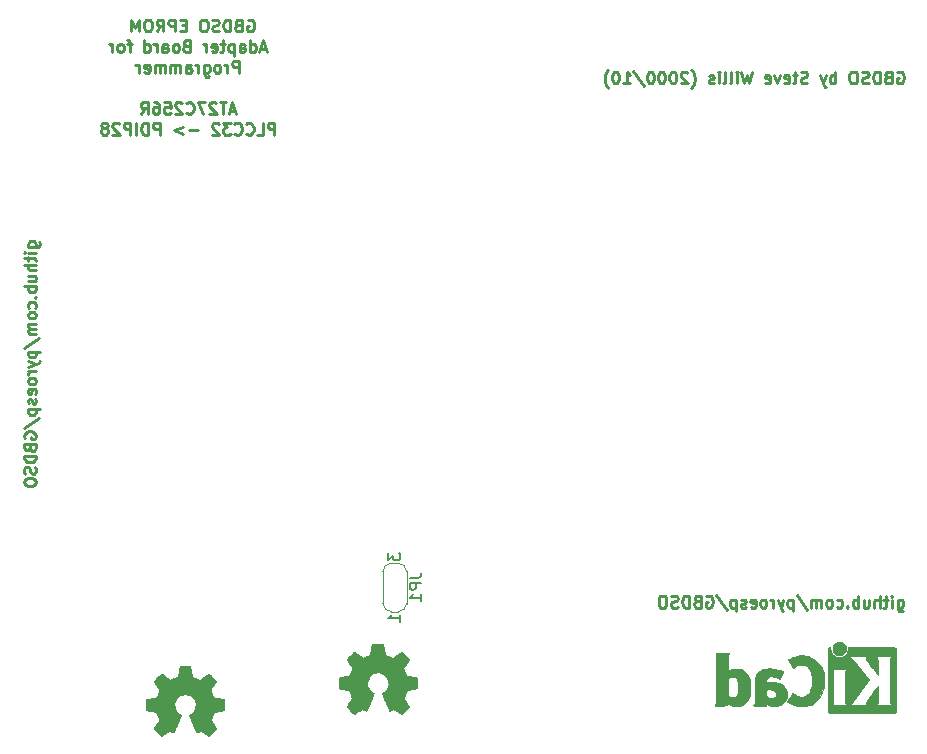
<source format=gbr>
G04 #@! TF.GenerationSoftware,KiCad,Pcbnew,(5.0.2)-1*
G04 #@! TF.CreationDate,2019-03-06T17:36:21+01:00*
G04 #@! TF.ProjectId,GBDSO,47424453-4f2e-46b6-9963-61645f706362,rev?*
G04 #@! TF.SameCoordinates,Original*
G04 #@! TF.FileFunction,Legend,Bot*
G04 #@! TF.FilePolarity,Positive*
%FSLAX46Y46*%
G04 Gerber Fmt 4.6, Leading zero omitted, Abs format (unit mm)*
G04 Created by KiCad (PCBNEW (5.0.2)-1) date 06/03/2019 17:36:21*
%MOMM*%
%LPD*%
G01*
G04 APERTURE LIST*
%ADD10C,0.250000*%
%ADD11C,0.010000*%
%ADD12C,0.120000*%
%ADD13C,0.150000*%
G04 APERTURE END LIST*
D10*
X56375714Y-111599166D02*
X57185238Y-111599166D01*
X57280476Y-111551547D01*
X57328095Y-111503928D01*
X57375714Y-111408690D01*
X57375714Y-111265833D01*
X57328095Y-111170595D01*
X56994761Y-111599166D02*
X57042380Y-111503928D01*
X57042380Y-111313452D01*
X56994761Y-111218214D01*
X56947142Y-111170595D01*
X56851904Y-111122976D01*
X56566190Y-111122976D01*
X56470952Y-111170595D01*
X56423333Y-111218214D01*
X56375714Y-111313452D01*
X56375714Y-111503928D01*
X56423333Y-111599166D01*
X57042380Y-112075357D02*
X56375714Y-112075357D01*
X56042380Y-112075357D02*
X56090000Y-112027738D01*
X56137619Y-112075357D01*
X56090000Y-112122976D01*
X56042380Y-112075357D01*
X56137619Y-112075357D01*
X56375714Y-112408690D02*
X56375714Y-112789642D01*
X56042380Y-112551547D02*
X56899523Y-112551547D01*
X56994761Y-112599166D01*
X57042380Y-112694404D01*
X57042380Y-112789642D01*
X57042380Y-113122976D02*
X56042380Y-113122976D01*
X57042380Y-113551547D02*
X56518571Y-113551547D01*
X56423333Y-113503928D01*
X56375714Y-113408690D01*
X56375714Y-113265833D01*
X56423333Y-113170595D01*
X56470952Y-113122976D01*
X56375714Y-114456309D02*
X57042380Y-114456309D01*
X56375714Y-114027738D02*
X56899523Y-114027738D01*
X56994761Y-114075357D01*
X57042380Y-114170595D01*
X57042380Y-114313452D01*
X56994761Y-114408690D01*
X56947142Y-114456309D01*
X57042380Y-114932500D02*
X56042380Y-114932500D01*
X56423333Y-114932500D02*
X56375714Y-115027738D01*
X56375714Y-115218214D01*
X56423333Y-115313452D01*
X56470952Y-115361071D01*
X56566190Y-115408690D01*
X56851904Y-115408690D01*
X56947142Y-115361071D01*
X56994761Y-115313452D01*
X57042380Y-115218214D01*
X57042380Y-115027738D01*
X56994761Y-114932500D01*
X56947142Y-115837261D02*
X56994761Y-115884880D01*
X57042380Y-115837261D01*
X56994761Y-115789642D01*
X56947142Y-115837261D01*
X57042380Y-115837261D01*
X56994761Y-116742023D02*
X57042380Y-116646785D01*
X57042380Y-116456309D01*
X56994761Y-116361071D01*
X56947142Y-116313452D01*
X56851904Y-116265833D01*
X56566190Y-116265833D01*
X56470952Y-116313452D01*
X56423333Y-116361071D01*
X56375714Y-116456309D01*
X56375714Y-116646785D01*
X56423333Y-116742023D01*
X57042380Y-117313452D02*
X56994761Y-117218214D01*
X56947142Y-117170595D01*
X56851904Y-117122976D01*
X56566190Y-117122976D01*
X56470952Y-117170595D01*
X56423333Y-117218214D01*
X56375714Y-117313452D01*
X56375714Y-117456309D01*
X56423333Y-117551547D01*
X56470952Y-117599166D01*
X56566190Y-117646785D01*
X56851904Y-117646785D01*
X56947142Y-117599166D01*
X56994761Y-117551547D01*
X57042380Y-117456309D01*
X57042380Y-117313452D01*
X57042380Y-118075357D02*
X56375714Y-118075357D01*
X56470952Y-118075357D02*
X56423333Y-118122976D01*
X56375714Y-118218214D01*
X56375714Y-118361071D01*
X56423333Y-118456309D01*
X56518571Y-118503928D01*
X57042380Y-118503928D01*
X56518571Y-118503928D02*
X56423333Y-118551547D01*
X56375714Y-118646785D01*
X56375714Y-118789642D01*
X56423333Y-118884880D01*
X56518571Y-118932500D01*
X57042380Y-118932500D01*
X55994761Y-120122976D02*
X57280476Y-119265833D01*
X56375714Y-120456309D02*
X57375714Y-120456309D01*
X56423333Y-120456309D02*
X56375714Y-120551547D01*
X56375714Y-120742023D01*
X56423333Y-120837261D01*
X56470952Y-120884880D01*
X56566190Y-120932500D01*
X56851904Y-120932500D01*
X56947142Y-120884880D01*
X56994761Y-120837261D01*
X57042380Y-120742023D01*
X57042380Y-120551547D01*
X56994761Y-120456309D01*
X56375714Y-121265833D02*
X57042380Y-121503928D01*
X56375714Y-121742023D02*
X57042380Y-121503928D01*
X57280476Y-121408690D01*
X57328095Y-121361071D01*
X57375714Y-121265833D01*
X57042380Y-122122976D02*
X56375714Y-122122976D01*
X56566190Y-122122976D02*
X56470952Y-122170595D01*
X56423333Y-122218214D01*
X56375714Y-122313452D01*
X56375714Y-122408690D01*
X57042380Y-122884880D02*
X56994761Y-122789642D01*
X56947142Y-122742023D01*
X56851904Y-122694404D01*
X56566190Y-122694404D01*
X56470952Y-122742023D01*
X56423333Y-122789642D01*
X56375714Y-122884880D01*
X56375714Y-123027738D01*
X56423333Y-123122976D01*
X56470952Y-123170595D01*
X56566190Y-123218214D01*
X56851904Y-123218214D01*
X56947142Y-123170595D01*
X56994761Y-123122976D01*
X57042380Y-123027738D01*
X57042380Y-122884880D01*
X56994761Y-124027738D02*
X57042380Y-123932500D01*
X57042380Y-123742023D01*
X56994761Y-123646785D01*
X56899523Y-123599166D01*
X56518571Y-123599166D01*
X56423333Y-123646785D01*
X56375714Y-123742023D01*
X56375714Y-123932500D01*
X56423333Y-124027738D01*
X56518571Y-124075357D01*
X56613809Y-124075357D01*
X56709047Y-123599166D01*
X56994761Y-124456309D02*
X57042380Y-124551547D01*
X57042380Y-124742023D01*
X56994761Y-124837261D01*
X56899523Y-124884880D01*
X56851904Y-124884880D01*
X56756666Y-124837261D01*
X56709047Y-124742023D01*
X56709047Y-124599166D01*
X56661428Y-124503928D01*
X56566190Y-124456309D01*
X56518571Y-124456309D01*
X56423333Y-124503928D01*
X56375714Y-124599166D01*
X56375714Y-124742023D01*
X56423333Y-124837261D01*
X56375714Y-125313452D02*
X57375714Y-125313452D01*
X56423333Y-125313452D02*
X56375714Y-125408690D01*
X56375714Y-125599166D01*
X56423333Y-125694404D01*
X56470952Y-125742023D01*
X56566190Y-125789642D01*
X56851904Y-125789642D01*
X56947142Y-125742023D01*
X56994761Y-125694404D01*
X57042380Y-125599166D01*
X57042380Y-125408690D01*
X56994761Y-125313452D01*
X55994761Y-126932500D02*
X57280476Y-126075357D01*
X56090000Y-127789642D02*
X56042380Y-127694404D01*
X56042380Y-127551547D01*
X56090000Y-127408690D01*
X56185238Y-127313452D01*
X56280476Y-127265833D01*
X56470952Y-127218214D01*
X56613809Y-127218214D01*
X56804285Y-127265833D01*
X56899523Y-127313452D01*
X56994761Y-127408690D01*
X57042380Y-127551547D01*
X57042380Y-127646785D01*
X56994761Y-127789642D01*
X56947142Y-127837261D01*
X56613809Y-127837261D01*
X56613809Y-127646785D01*
X56518571Y-128599166D02*
X56566190Y-128742023D01*
X56613809Y-128789642D01*
X56709047Y-128837261D01*
X56851904Y-128837261D01*
X56947142Y-128789642D01*
X56994761Y-128742023D01*
X57042380Y-128646785D01*
X57042380Y-128265833D01*
X56042380Y-128265833D01*
X56042380Y-128599166D01*
X56090000Y-128694404D01*
X56137619Y-128742023D01*
X56232857Y-128789642D01*
X56328095Y-128789642D01*
X56423333Y-128742023D01*
X56470952Y-128694404D01*
X56518571Y-128599166D01*
X56518571Y-128265833D01*
X57042380Y-129265833D02*
X56042380Y-129265833D01*
X56042380Y-129503928D01*
X56090000Y-129646785D01*
X56185238Y-129742023D01*
X56280476Y-129789642D01*
X56470952Y-129837261D01*
X56613809Y-129837261D01*
X56804285Y-129789642D01*
X56899523Y-129742023D01*
X56994761Y-129646785D01*
X57042380Y-129503928D01*
X57042380Y-129265833D01*
X56994761Y-130218214D02*
X57042380Y-130361071D01*
X57042380Y-130599166D01*
X56994761Y-130694404D01*
X56947142Y-130742023D01*
X56851904Y-130789642D01*
X56756666Y-130789642D01*
X56661428Y-130742023D01*
X56613809Y-130694404D01*
X56566190Y-130599166D01*
X56518571Y-130408690D01*
X56470952Y-130313452D01*
X56423333Y-130265833D01*
X56328095Y-130218214D01*
X56232857Y-130218214D01*
X56137619Y-130265833D01*
X56090000Y-130313452D01*
X56042380Y-130408690D01*
X56042380Y-130646785D01*
X56090000Y-130789642D01*
X56042380Y-131408690D02*
X56042380Y-131599166D01*
X56090000Y-131694404D01*
X56185238Y-131789642D01*
X56375714Y-131837261D01*
X56709047Y-131837261D01*
X56899523Y-131789642D01*
X56994761Y-131694404D01*
X57042380Y-131599166D01*
X57042380Y-131408690D01*
X56994761Y-131313452D01*
X56899523Y-131218214D01*
X56709047Y-131170595D01*
X56375714Y-131170595D01*
X56185238Y-131218214D01*
X56090000Y-131313452D01*
X56042380Y-131408690D01*
X74967619Y-92385000D02*
X75062857Y-92337380D01*
X75205714Y-92337380D01*
X75348571Y-92385000D01*
X75443809Y-92480238D01*
X75491428Y-92575476D01*
X75539047Y-92765952D01*
X75539047Y-92908809D01*
X75491428Y-93099285D01*
X75443809Y-93194523D01*
X75348571Y-93289761D01*
X75205714Y-93337380D01*
X75110476Y-93337380D01*
X74967619Y-93289761D01*
X74920000Y-93242142D01*
X74920000Y-92908809D01*
X75110476Y-92908809D01*
X74158095Y-92813571D02*
X74015238Y-92861190D01*
X73967619Y-92908809D01*
X73920000Y-93004047D01*
X73920000Y-93146904D01*
X73967619Y-93242142D01*
X74015238Y-93289761D01*
X74110476Y-93337380D01*
X74491428Y-93337380D01*
X74491428Y-92337380D01*
X74158095Y-92337380D01*
X74062857Y-92385000D01*
X74015238Y-92432619D01*
X73967619Y-92527857D01*
X73967619Y-92623095D01*
X74015238Y-92718333D01*
X74062857Y-92765952D01*
X74158095Y-92813571D01*
X74491428Y-92813571D01*
X73491428Y-93337380D02*
X73491428Y-92337380D01*
X73253333Y-92337380D01*
X73110476Y-92385000D01*
X73015238Y-92480238D01*
X72967619Y-92575476D01*
X72920000Y-92765952D01*
X72920000Y-92908809D01*
X72967619Y-93099285D01*
X73015238Y-93194523D01*
X73110476Y-93289761D01*
X73253333Y-93337380D01*
X73491428Y-93337380D01*
X72539047Y-93289761D02*
X72396190Y-93337380D01*
X72158095Y-93337380D01*
X72062857Y-93289761D01*
X72015238Y-93242142D01*
X71967619Y-93146904D01*
X71967619Y-93051666D01*
X72015238Y-92956428D01*
X72062857Y-92908809D01*
X72158095Y-92861190D01*
X72348571Y-92813571D01*
X72443809Y-92765952D01*
X72491428Y-92718333D01*
X72539047Y-92623095D01*
X72539047Y-92527857D01*
X72491428Y-92432619D01*
X72443809Y-92385000D01*
X72348571Y-92337380D01*
X72110476Y-92337380D01*
X71967619Y-92385000D01*
X71348571Y-92337380D02*
X71158095Y-92337380D01*
X71062857Y-92385000D01*
X70967619Y-92480238D01*
X70920000Y-92670714D01*
X70920000Y-93004047D01*
X70967619Y-93194523D01*
X71062857Y-93289761D01*
X71158095Y-93337380D01*
X71348571Y-93337380D01*
X71443809Y-93289761D01*
X71539047Y-93194523D01*
X71586666Y-93004047D01*
X71586666Y-92670714D01*
X71539047Y-92480238D01*
X71443809Y-92385000D01*
X71348571Y-92337380D01*
X69729523Y-92813571D02*
X69396190Y-92813571D01*
X69253333Y-93337380D02*
X69729523Y-93337380D01*
X69729523Y-92337380D01*
X69253333Y-92337380D01*
X68824761Y-93337380D02*
X68824761Y-92337380D01*
X68443809Y-92337380D01*
X68348571Y-92385000D01*
X68300952Y-92432619D01*
X68253333Y-92527857D01*
X68253333Y-92670714D01*
X68300952Y-92765952D01*
X68348571Y-92813571D01*
X68443809Y-92861190D01*
X68824761Y-92861190D01*
X67253333Y-93337380D02*
X67586666Y-92861190D01*
X67824761Y-93337380D02*
X67824761Y-92337380D01*
X67443809Y-92337380D01*
X67348571Y-92385000D01*
X67300952Y-92432619D01*
X67253333Y-92527857D01*
X67253333Y-92670714D01*
X67300952Y-92765952D01*
X67348571Y-92813571D01*
X67443809Y-92861190D01*
X67824761Y-92861190D01*
X66634285Y-92337380D02*
X66443809Y-92337380D01*
X66348571Y-92385000D01*
X66253333Y-92480238D01*
X66205714Y-92670714D01*
X66205714Y-93004047D01*
X66253333Y-93194523D01*
X66348571Y-93289761D01*
X66443809Y-93337380D01*
X66634285Y-93337380D01*
X66729523Y-93289761D01*
X66824761Y-93194523D01*
X66872380Y-93004047D01*
X66872380Y-92670714D01*
X66824761Y-92480238D01*
X66729523Y-92385000D01*
X66634285Y-92337380D01*
X65777142Y-93337380D02*
X65777142Y-92337380D01*
X65443809Y-93051666D01*
X65110476Y-92337380D01*
X65110476Y-93337380D01*
X76515238Y-94801666D02*
X76039047Y-94801666D01*
X76610476Y-95087380D02*
X76277142Y-94087380D01*
X75943809Y-95087380D01*
X75181904Y-95087380D02*
X75181904Y-94087380D01*
X75181904Y-95039761D02*
X75277142Y-95087380D01*
X75467619Y-95087380D01*
X75562857Y-95039761D01*
X75610476Y-94992142D01*
X75658095Y-94896904D01*
X75658095Y-94611190D01*
X75610476Y-94515952D01*
X75562857Y-94468333D01*
X75467619Y-94420714D01*
X75277142Y-94420714D01*
X75181904Y-94468333D01*
X74277142Y-95087380D02*
X74277142Y-94563571D01*
X74324761Y-94468333D01*
X74420000Y-94420714D01*
X74610476Y-94420714D01*
X74705714Y-94468333D01*
X74277142Y-95039761D02*
X74372380Y-95087380D01*
X74610476Y-95087380D01*
X74705714Y-95039761D01*
X74753333Y-94944523D01*
X74753333Y-94849285D01*
X74705714Y-94754047D01*
X74610476Y-94706428D01*
X74372380Y-94706428D01*
X74277142Y-94658809D01*
X73800952Y-94420714D02*
X73800952Y-95420714D01*
X73800952Y-94468333D02*
X73705714Y-94420714D01*
X73515238Y-94420714D01*
X73420000Y-94468333D01*
X73372380Y-94515952D01*
X73324761Y-94611190D01*
X73324761Y-94896904D01*
X73372380Y-94992142D01*
X73420000Y-95039761D01*
X73515238Y-95087380D01*
X73705714Y-95087380D01*
X73800952Y-95039761D01*
X73039047Y-94420714D02*
X72658095Y-94420714D01*
X72896190Y-94087380D02*
X72896190Y-94944523D01*
X72848571Y-95039761D01*
X72753333Y-95087380D01*
X72658095Y-95087380D01*
X71943809Y-95039761D02*
X72039047Y-95087380D01*
X72229523Y-95087380D01*
X72324761Y-95039761D01*
X72372380Y-94944523D01*
X72372380Y-94563571D01*
X72324761Y-94468333D01*
X72229523Y-94420714D01*
X72039047Y-94420714D01*
X71943809Y-94468333D01*
X71896190Y-94563571D01*
X71896190Y-94658809D01*
X72372380Y-94754047D01*
X71467619Y-95087380D02*
X71467619Y-94420714D01*
X71467619Y-94611190D02*
X71420000Y-94515952D01*
X71372380Y-94468333D01*
X71277142Y-94420714D01*
X71181904Y-94420714D01*
X69753333Y-94563571D02*
X69610476Y-94611190D01*
X69562857Y-94658809D01*
X69515238Y-94754047D01*
X69515238Y-94896904D01*
X69562857Y-94992142D01*
X69610476Y-95039761D01*
X69705714Y-95087380D01*
X70086666Y-95087380D01*
X70086666Y-94087380D01*
X69753333Y-94087380D01*
X69658095Y-94135000D01*
X69610476Y-94182619D01*
X69562857Y-94277857D01*
X69562857Y-94373095D01*
X69610476Y-94468333D01*
X69658095Y-94515952D01*
X69753333Y-94563571D01*
X70086666Y-94563571D01*
X68943809Y-95087380D02*
X69039047Y-95039761D01*
X69086666Y-94992142D01*
X69134285Y-94896904D01*
X69134285Y-94611190D01*
X69086666Y-94515952D01*
X69039047Y-94468333D01*
X68943809Y-94420714D01*
X68800952Y-94420714D01*
X68705714Y-94468333D01*
X68658095Y-94515952D01*
X68610476Y-94611190D01*
X68610476Y-94896904D01*
X68658095Y-94992142D01*
X68705714Y-95039761D01*
X68800952Y-95087380D01*
X68943809Y-95087380D01*
X67753333Y-95087380D02*
X67753333Y-94563571D01*
X67800952Y-94468333D01*
X67896190Y-94420714D01*
X68086666Y-94420714D01*
X68181904Y-94468333D01*
X67753333Y-95039761D02*
X67848571Y-95087380D01*
X68086666Y-95087380D01*
X68181904Y-95039761D01*
X68229523Y-94944523D01*
X68229523Y-94849285D01*
X68181904Y-94754047D01*
X68086666Y-94706428D01*
X67848571Y-94706428D01*
X67753333Y-94658809D01*
X67277142Y-95087380D02*
X67277142Y-94420714D01*
X67277142Y-94611190D02*
X67229523Y-94515952D01*
X67181904Y-94468333D01*
X67086666Y-94420714D01*
X66991428Y-94420714D01*
X66229523Y-95087380D02*
X66229523Y-94087380D01*
X66229523Y-95039761D02*
X66324761Y-95087380D01*
X66515238Y-95087380D01*
X66610476Y-95039761D01*
X66658095Y-94992142D01*
X66705714Y-94896904D01*
X66705714Y-94611190D01*
X66658095Y-94515952D01*
X66610476Y-94468333D01*
X66515238Y-94420714D01*
X66324761Y-94420714D01*
X66229523Y-94468333D01*
X65134285Y-94420714D02*
X64753333Y-94420714D01*
X64991428Y-95087380D02*
X64991428Y-94230238D01*
X64943809Y-94135000D01*
X64848571Y-94087380D01*
X64753333Y-94087380D01*
X64277142Y-95087380D02*
X64372380Y-95039761D01*
X64420000Y-94992142D01*
X64467619Y-94896904D01*
X64467619Y-94611190D01*
X64420000Y-94515952D01*
X64372380Y-94468333D01*
X64277142Y-94420714D01*
X64134285Y-94420714D01*
X64039047Y-94468333D01*
X63991428Y-94515952D01*
X63943809Y-94611190D01*
X63943809Y-94896904D01*
X63991428Y-94992142D01*
X64039047Y-95039761D01*
X64134285Y-95087380D01*
X64277142Y-95087380D01*
X63515238Y-95087380D02*
X63515238Y-94420714D01*
X63515238Y-94611190D02*
X63467619Y-94515952D01*
X63420000Y-94468333D01*
X63324761Y-94420714D01*
X63229523Y-94420714D01*
X74229523Y-96837380D02*
X74229523Y-95837380D01*
X73848571Y-95837380D01*
X73753333Y-95885000D01*
X73705714Y-95932619D01*
X73658095Y-96027857D01*
X73658095Y-96170714D01*
X73705714Y-96265952D01*
X73753333Y-96313571D01*
X73848571Y-96361190D01*
X74229523Y-96361190D01*
X73229523Y-96837380D02*
X73229523Y-96170714D01*
X73229523Y-96361190D02*
X73181904Y-96265952D01*
X73134285Y-96218333D01*
X73039047Y-96170714D01*
X72943809Y-96170714D01*
X72467619Y-96837380D02*
X72562857Y-96789761D01*
X72610476Y-96742142D01*
X72658095Y-96646904D01*
X72658095Y-96361190D01*
X72610476Y-96265952D01*
X72562857Y-96218333D01*
X72467619Y-96170714D01*
X72324761Y-96170714D01*
X72229523Y-96218333D01*
X72181904Y-96265952D01*
X72134285Y-96361190D01*
X72134285Y-96646904D01*
X72181904Y-96742142D01*
X72229523Y-96789761D01*
X72324761Y-96837380D01*
X72467619Y-96837380D01*
X71277142Y-96170714D02*
X71277142Y-96980238D01*
X71324761Y-97075476D01*
X71372380Y-97123095D01*
X71467619Y-97170714D01*
X71610476Y-97170714D01*
X71705714Y-97123095D01*
X71277142Y-96789761D02*
X71372380Y-96837380D01*
X71562857Y-96837380D01*
X71658095Y-96789761D01*
X71705714Y-96742142D01*
X71753333Y-96646904D01*
X71753333Y-96361190D01*
X71705714Y-96265952D01*
X71658095Y-96218333D01*
X71562857Y-96170714D01*
X71372380Y-96170714D01*
X71277142Y-96218333D01*
X70800952Y-96837380D02*
X70800952Y-96170714D01*
X70800952Y-96361190D02*
X70753333Y-96265952D01*
X70705714Y-96218333D01*
X70610476Y-96170714D01*
X70515238Y-96170714D01*
X69753333Y-96837380D02*
X69753333Y-96313571D01*
X69800952Y-96218333D01*
X69896190Y-96170714D01*
X70086666Y-96170714D01*
X70181904Y-96218333D01*
X69753333Y-96789761D02*
X69848571Y-96837380D01*
X70086666Y-96837380D01*
X70181904Y-96789761D01*
X70229523Y-96694523D01*
X70229523Y-96599285D01*
X70181904Y-96504047D01*
X70086666Y-96456428D01*
X69848571Y-96456428D01*
X69753333Y-96408809D01*
X69277142Y-96837380D02*
X69277142Y-96170714D01*
X69277142Y-96265952D02*
X69229523Y-96218333D01*
X69134285Y-96170714D01*
X68991428Y-96170714D01*
X68896190Y-96218333D01*
X68848571Y-96313571D01*
X68848571Y-96837380D01*
X68848571Y-96313571D02*
X68800952Y-96218333D01*
X68705714Y-96170714D01*
X68562857Y-96170714D01*
X68467619Y-96218333D01*
X68420000Y-96313571D01*
X68420000Y-96837380D01*
X67943809Y-96837380D02*
X67943809Y-96170714D01*
X67943809Y-96265952D02*
X67896190Y-96218333D01*
X67800952Y-96170714D01*
X67658095Y-96170714D01*
X67562857Y-96218333D01*
X67515238Y-96313571D01*
X67515238Y-96837380D01*
X67515238Y-96313571D02*
X67467619Y-96218333D01*
X67372380Y-96170714D01*
X67229523Y-96170714D01*
X67134285Y-96218333D01*
X67086666Y-96313571D01*
X67086666Y-96837380D01*
X66229523Y-96789761D02*
X66324761Y-96837380D01*
X66515238Y-96837380D01*
X66610476Y-96789761D01*
X66658095Y-96694523D01*
X66658095Y-96313571D01*
X66610476Y-96218333D01*
X66515238Y-96170714D01*
X66324761Y-96170714D01*
X66229523Y-96218333D01*
X66181904Y-96313571D01*
X66181904Y-96408809D01*
X66658095Y-96504047D01*
X65753333Y-96837380D02*
X65753333Y-96170714D01*
X65753333Y-96361190D02*
X65705714Y-96265952D01*
X65658095Y-96218333D01*
X65562857Y-96170714D01*
X65467619Y-96170714D01*
X73920000Y-100051666D02*
X73443809Y-100051666D01*
X74015238Y-100337380D02*
X73681904Y-99337380D01*
X73348571Y-100337380D01*
X73158095Y-99337380D02*
X72586666Y-99337380D01*
X72872380Y-100337380D02*
X72872380Y-99337380D01*
X72300952Y-99432619D02*
X72253333Y-99385000D01*
X72158095Y-99337380D01*
X71920000Y-99337380D01*
X71824761Y-99385000D01*
X71777142Y-99432619D01*
X71729523Y-99527857D01*
X71729523Y-99623095D01*
X71777142Y-99765952D01*
X72348571Y-100337380D01*
X71729523Y-100337380D01*
X71396190Y-99337380D02*
X70729523Y-99337380D01*
X71158095Y-100337380D01*
X69777142Y-100242142D02*
X69824761Y-100289761D01*
X69967619Y-100337380D01*
X70062857Y-100337380D01*
X70205714Y-100289761D01*
X70300952Y-100194523D01*
X70348571Y-100099285D01*
X70396190Y-99908809D01*
X70396190Y-99765952D01*
X70348571Y-99575476D01*
X70300952Y-99480238D01*
X70205714Y-99385000D01*
X70062857Y-99337380D01*
X69967619Y-99337380D01*
X69824761Y-99385000D01*
X69777142Y-99432619D01*
X69396190Y-99432619D02*
X69348571Y-99385000D01*
X69253333Y-99337380D01*
X69015238Y-99337380D01*
X68920000Y-99385000D01*
X68872380Y-99432619D01*
X68824761Y-99527857D01*
X68824761Y-99623095D01*
X68872380Y-99765952D01*
X69443809Y-100337380D01*
X68824761Y-100337380D01*
X67920000Y-99337380D02*
X68396190Y-99337380D01*
X68443809Y-99813571D01*
X68396190Y-99765952D01*
X68300952Y-99718333D01*
X68062857Y-99718333D01*
X67967619Y-99765952D01*
X67920000Y-99813571D01*
X67872380Y-99908809D01*
X67872380Y-100146904D01*
X67920000Y-100242142D01*
X67967619Y-100289761D01*
X68062857Y-100337380D01*
X68300952Y-100337380D01*
X68396190Y-100289761D01*
X68443809Y-100242142D01*
X67015238Y-99337380D02*
X67205714Y-99337380D01*
X67300952Y-99385000D01*
X67348571Y-99432619D01*
X67443809Y-99575476D01*
X67491428Y-99765952D01*
X67491428Y-100146904D01*
X67443809Y-100242142D01*
X67396190Y-100289761D01*
X67300952Y-100337380D01*
X67110476Y-100337380D01*
X67015238Y-100289761D01*
X66967619Y-100242142D01*
X66919999Y-100146904D01*
X66919999Y-99908809D01*
X66967619Y-99813571D01*
X67015238Y-99765952D01*
X67110476Y-99718333D01*
X67300952Y-99718333D01*
X67396190Y-99765952D01*
X67443809Y-99813571D01*
X67491428Y-99908809D01*
X65919999Y-100337380D02*
X66253333Y-99861190D01*
X66491428Y-100337380D02*
X66491428Y-99337380D01*
X66110476Y-99337380D01*
X66015238Y-99385000D01*
X65967619Y-99432619D01*
X65919999Y-99527857D01*
X65919999Y-99670714D01*
X65967619Y-99765952D01*
X66015238Y-99813571D01*
X66110476Y-99861190D01*
X66491428Y-99861190D01*
X77229523Y-102087380D02*
X77229523Y-101087380D01*
X76848571Y-101087380D01*
X76753333Y-101135000D01*
X76705714Y-101182619D01*
X76658095Y-101277857D01*
X76658095Y-101420714D01*
X76705714Y-101515952D01*
X76753333Y-101563571D01*
X76848571Y-101611190D01*
X77229523Y-101611190D01*
X75753333Y-102087380D02*
X76229523Y-102087380D01*
X76229523Y-101087380D01*
X74848571Y-101992142D02*
X74896190Y-102039761D01*
X75039047Y-102087380D01*
X75134285Y-102087380D01*
X75277142Y-102039761D01*
X75372380Y-101944523D01*
X75420000Y-101849285D01*
X75467619Y-101658809D01*
X75467619Y-101515952D01*
X75420000Y-101325476D01*
X75372380Y-101230238D01*
X75277142Y-101135000D01*
X75134285Y-101087380D01*
X75039047Y-101087380D01*
X74896190Y-101135000D01*
X74848571Y-101182619D01*
X73848571Y-101992142D02*
X73896190Y-102039761D01*
X74039047Y-102087380D01*
X74134285Y-102087380D01*
X74277142Y-102039761D01*
X74372380Y-101944523D01*
X74420000Y-101849285D01*
X74467619Y-101658809D01*
X74467619Y-101515952D01*
X74420000Y-101325476D01*
X74372380Y-101230238D01*
X74277142Y-101135000D01*
X74134285Y-101087380D01*
X74039047Y-101087380D01*
X73896190Y-101135000D01*
X73848571Y-101182619D01*
X73515238Y-101087380D02*
X72896190Y-101087380D01*
X73229523Y-101468333D01*
X73086666Y-101468333D01*
X72991428Y-101515952D01*
X72943809Y-101563571D01*
X72896190Y-101658809D01*
X72896190Y-101896904D01*
X72943809Y-101992142D01*
X72991428Y-102039761D01*
X73086666Y-102087380D01*
X73372380Y-102087380D01*
X73467619Y-102039761D01*
X73515238Y-101992142D01*
X72515238Y-101182619D02*
X72467619Y-101135000D01*
X72372380Y-101087380D01*
X72134285Y-101087380D01*
X72039047Y-101135000D01*
X71991428Y-101182619D01*
X71943809Y-101277857D01*
X71943809Y-101373095D01*
X71991428Y-101515952D01*
X72562857Y-102087380D01*
X71943809Y-102087380D01*
X70753333Y-101706428D02*
X69991428Y-101706428D01*
X69515238Y-101420714D02*
X68753333Y-101706428D01*
X69515238Y-101992142D01*
X67515238Y-102087380D02*
X67515238Y-101087380D01*
X67134285Y-101087380D01*
X67039047Y-101135000D01*
X66991428Y-101182619D01*
X66943809Y-101277857D01*
X66943809Y-101420714D01*
X66991428Y-101515952D01*
X67039047Y-101563571D01*
X67134285Y-101611190D01*
X67515238Y-101611190D01*
X66515238Y-102087380D02*
X66515238Y-101087380D01*
X66277142Y-101087380D01*
X66134285Y-101135000D01*
X66039047Y-101230238D01*
X65991428Y-101325476D01*
X65943809Y-101515952D01*
X65943809Y-101658809D01*
X65991428Y-101849285D01*
X66039047Y-101944523D01*
X66134285Y-102039761D01*
X66277142Y-102087380D01*
X66515238Y-102087380D01*
X65515238Y-102087380D02*
X65515238Y-101087380D01*
X65039047Y-102087380D02*
X65039047Y-101087380D01*
X64658095Y-101087380D01*
X64562857Y-101135000D01*
X64515238Y-101182619D01*
X64467619Y-101277857D01*
X64467619Y-101420714D01*
X64515238Y-101515952D01*
X64562857Y-101563571D01*
X64658095Y-101611190D01*
X65039047Y-101611190D01*
X64086666Y-101182619D02*
X64039047Y-101135000D01*
X63943809Y-101087380D01*
X63705714Y-101087380D01*
X63610476Y-101135000D01*
X63562857Y-101182619D01*
X63515238Y-101277857D01*
X63515238Y-101373095D01*
X63562857Y-101515952D01*
X64134285Y-102087380D01*
X63515238Y-102087380D01*
X62943809Y-101515952D02*
X63039047Y-101468333D01*
X63086666Y-101420714D01*
X63134285Y-101325476D01*
X63134285Y-101277857D01*
X63086666Y-101182619D01*
X63039047Y-101135000D01*
X62943809Y-101087380D01*
X62753333Y-101087380D01*
X62658095Y-101135000D01*
X62610476Y-101182619D01*
X62562857Y-101277857D01*
X62562857Y-101325476D01*
X62610476Y-101420714D01*
X62658095Y-101468333D01*
X62753333Y-101515952D01*
X62943809Y-101515952D01*
X63039047Y-101563571D01*
X63086666Y-101611190D01*
X63134285Y-101706428D01*
X63134285Y-101896904D01*
X63086666Y-101992142D01*
X63039047Y-102039761D01*
X62943809Y-102087380D01*
X62753333Y-102087380D01*
X62658095Y-102039761D01*
X62610476Y-101992142D01*
X62562857Y-101896904D01*
X62562857Y-101706428D01*
X62610476Y-101611190D01*
X62658095Y-101563571D01*
X62753333Y-101515952D01*
X129990833Y-141455714D02*
X129990833Y-142265238D01*
X130038452Y-142360476D01*
X130086071Y-142408095D01*
X130181309Y-142455714D01*
X130324166Y-142455714D01*
X130419404Y-142408095D01*
X129990833Y-142074761D02*
X130086071Y-142122380D01*
X130276547Y-142122380D01*
X130371785Y-142074761D01*
X130419404Y-142027142D01*
X130467023Y-141931904D01*
X130467023Y-141646190D01*
X130419404Y-141550952D01*
X130371785Y-141503333D01*
X130276547Y-141455714D01*
X130086071Y-141455714D01*
X129990833Y-141503333D01*
X129514642Y-142122380D02*
X129514642Y-141455714D01*
X129514642Y-141122380D02*
X129562261Y-141170000D01*
X129514642Y-141217619D01*
X129467023Y-141170000D01*
X129514642Y-141122380D01*
X129514642Y-141217619D01*
X129181309Y-141455714D02*
X128800357Y-141455714D01*
X129038452Y-141122380D02*
X129038452Y-141979523D01*
X128990833Y-142074761D01*
X128895595Y-142122380D01*
X128800357Y-142122380D01*
X128467023Y-142122380D02*
X128467023Y-141122380D01*
X128038452Y-142122380D02*
X128038452Y-141598571D01*
X128086071Y-141503333D01*
X128181309Y-141455714D01*
X128324166Y-141455714D01*
X128419404Y-141503333D01*
X128467023Y-141550952D01*
X127133690Y-141455714D02*
X127133690Y-142122380D01*
X127562261Y-141455714D02*
X127562261Y-141979523D01*
X127514642Y-142074761D01*
X127419404Y-142122380D01*
X127276547Y-142122380D01*
X127181309Y-142074761D01*
X127133690Y-142027142D01*
X126657500Y-142122380D02*
X126657500Y-141122380D01*
X126657500Y-141503333D02*
X126562261Y-141455714D01*
X126371785Y-141455714D01*
X126276547Y-141503333D01*
X126228928Y-141550952D01*
X126181309Y-141646190D01*
X126181309Y-141931904D01*
X126228928Y-142027142D01*
X126276547Y-142074761D01*
X126371785Y-142122380D01*
X126562261Y-142122380D01*
X126657500Y-142074761D01*
X125752738Y-142027142D02*
X125705119Y-142074761D01*
X125752738Y-142122380D01*
X125800357Y-142074761D01*
X125752738Y-142027142D01*
X125752738Y-142122380D01*
X124847976Y-142074761D02*
X124943214Y-142122380D01*
X125133690Y-142122380D01*
X125228928Y-142074761D01*
X125276547Y-142027142D01*
X125324166Y-141931904D01*
X125324166Y-141646190D01*
X125276547Y-141550952D01*
X125228928Y-141503333D01*
X125133690Y-141455714D01*
X124943214Y-141455714D01*
X124847976Y-141503333D01*
X124276547Y-142122380D02*
X124371785Y-142074761D01*
X124419404Y-142027142D01*
X124467023Y-141931904D01*
X124467023Y-141646190D01*
X124419404Y-141550952D01*
X124371785Y-141503333D01*
X124276547Y-141455714D01*
X124133690Y-141455714D01*
X124038452Y-141503333D01*
X123990833Y-141550952D01*
X123943214Y-141646190D01*
X123943214Y-141931904D01*
X123990833Y-142027142D01*
X124038452Y-142074761D01*
X124133690Y-142122380D01*
X124276547Y-142122380D01*
X123514642Y-142122380D02*
X123514642Y-141455714D01*
X123514642Y-141550952D02*
X123467023Y-141503333D01*
X123371785Y-141455714D01*
X123228928Y-141455714D01*
X123133690Y-141503333D01*
X123086071Y-141598571D01*
X123086071Y-142122380D01*
X123086071Y-141598571D02*
X123038452Y-141503333D01*
X122943214Y-141455714D01*
X122800357Y-141455714D01*
X122705119Y-141503333D01*
X122657500Y-141598571D01*
X122657500Y-142122380D01*
X121467023Y-141074761D02*
X122324166Y-142360476D01*
X121133690Y-141455714D02*
X121133690Y-142455714D01*
X121133690Y-141503333D02*
X121038452Y-141455714D01*
X120847976Y-141455714D01*
X120752738Y-141503333D01*
X120705119Y-141550952D01*
X120657500Y-141646190D01*
X120657500Y-141931904D01*
X120705119Y-142027142D01*
X120752738Y-142074761D01*
X120847976Y-142122380D01*
X121038452Y-142122380D01*
X121133690Y-142074761D01*
X120324166Y-141455714D02*
X120086071Y-142122380D01*
X119847976Y-141455714D02*
X120086071Y-142122380D01*
X120181309Y-142360476D01*
X120228928Y-142408095D01*
X120324166Y-142455714D01*
X119467023Y-142122380D02*
X119467023Y-141455714D01*
X119467023Y-141646190D02*
X119419404Y-141550952D01*
X119371785Y-141503333D01*
X119276547Y-141455714D01*
X119181309Y-141455714D01*
X118705119Y-142122380D02*
X118800357Y-142074761D01*
X118847976Y-142027142D01*
X118895595Y-141931904D01*
X118895595Y-141646190D01*
X118847976Y-141550952D01*
X118800357Y-141503333D01*
X118705119Y-141455714D01*
X118562261Y-141455714D01*
X118467023Y-141503333D01*
X118419404Y-141550952D01*
X118371785Y-141646190D01*
X118371785Y-141931904D01*
X118419404Y-142027142D01*
X118467023Y-142074761D01*
X118562261Y-142122380D01*
X118705119Y-142122380D01*
X117562261Y-142074761D02*
X117657500Y-142122380D01*
X117847976Y-142122380D01*
X117943214Y-142074761D01*
X117990833Y-141979523D01*
X117990833Y-141598571D01*
X117943214Y-141503333D01*
X117847976Y-141455714D01*
X117657500Y-141455714D01*
X117562261Y-141503333D01*
X117514642Y-141598571D01*
X117514642Y-141693809D01*
X117990833Y-141789047D01*
X117133690Y-142074761D02*
X117038452Y-142122380D01*
X116847976Y-142122380D01*
X116752738Y-142074761D01*
X116705119Y-141979523D01*
X116705119Y-141931904D01*
X116752738Y-141836666D01*
X116847976Y-141789047D01*
X116990833Y-141789047D01*
X117086071Y-141741428D01*
X117133690Y-141646190D01*
X117133690Y-141598571D01*
X117086071Y-141503333D01*
X116990833Y-141455714D01*
X116847976Y-141455714D01*
X116752738Y-141503333D01*
X116276547Y-141455714D02*
X116276547Y-142455714D01*
X116276547Y-141503333D02*
X116181309Y-141455714D01*
X115990833Y-141455714D01*
X115895595Y-141503333D01*
X115847976Y-141550952D01*
X115800357Y-141646190D01*
X115800357Y-141931904D01*
X115847976Y-142027142D01*
X115895595Y-142074761D01*
X115990833Y-142122380D01*
X116181309Y-142122380D01*
X116276547Y-142074761D01*
X114657500Y-141074761D02*
X115514642Y-142360476D01*
X113800357Y-141170000D02*
X113895595Y-141122380D01*
X114038452Y-141122380D01*
X114181309Y-141170000D01*
X114276547Y-141265238D01*
X114324166Y-141360476D01*
X114371785Y-141550952D01*
X114371785Y-141693809D01*
X114324166Y-141884285D01*
X114276547Y-141979523D01*
X114181309Y-142074761D01*
X114038452Y-142122380D01*
X113943214Y-142122380D01*
X113800357Y-142074761D01*
X113752738Y-142027142D01*
X113752738Y-141693809D01*
X113943214Y-141693809D01*
X112990833Y-141598571D02*
X112847976Y-141646190D01*
X112800357Y-141693809D01*
X112752738Y-141789047D01*
X112752738Y-141931904D01*
X112800357Y-142027142D01*
X112847976Y-142074761D01*
X112943214Y-142122380D01*
X113324166Y-142122380D01*
X113324166Y-141122380D01*
X112990833Y-141122380D01*
X112895595Y-141170000D01*
X112847976Y-141217619D01*
X112800357Y-141312857D01*
X112800357Y-141408095D01*
X112847976Y-141503333D01*
X112895595Y-141550952D01*
X112990833Y-141598571D01*
X113324166Y-141598571D01*
X112324166Y-142122380D02*
X112324166Y-141122380D01*
X112086071Y-141122380D01*
X111943214Y-141170000D01*
X111847976Y-141265238D01*
X111800357Y-141360476D01*
X111752738Y-141550952D01*
X111752738Y-141693809D01*
X111800357Y-141884285D01*
X111847976Y-141979523D01*
X111943214Y-142074761D01*
X112086071Y-142122380D01*
X112324166Y-142122380D01*
X111371785Y-142074761D02*
X111228928Y-142122380D01*
X110990833Y-142122380D01*
X110895595Y-142074761D01*
X110847976Y-142027142D01*
X110800357Y-141931904D01*
X110800357Y-141836666D01*
X110847976Y-141741428D01*
X110895595Y-141693809D01*
X110990833Y-141646190D01*
X111181309Y-141598571D01*
X111276547Y-141550952D01*
X111324166Y-141503333D01*
X111371785Y-141408095D01*
X111371785Y-141312857D01*
X111324166Y-141217619D01*
X111276547Y-141170000D01*
X111181309Y-141122380D01*
X110943214Y-141122380D01*
X110800357Y-141170000D01*
X110181309Y-141122380D02*
X109990833Y-141122380D01*
X109895595Y-141170000D01*
X109800357Y-141265238D01*
X109752738Y-141455714D01*
X109752738Y-141789047D01*
X109800357Y-141979523D01*
X109895595Y-142074761D01*
X109990833Y-142122380D01*
X110181309Y-142122380D01*
X110276547Y-142074761D01*
X110371785Y-141979523D01*
X110419404Y-141789047D01*
X110419404Y-141455714D01*
X110371785Y-141265238D01*
X110276547Y-141170000D01*
X110181309Y-141122380D01*
X129965595Y-96790000D02*
X130060833Y-96742380D01*
X130203690Y-96742380D01*
X130346547Y-96790000D01*
X130441785Y-96885238D01*
X130489404Y-96980476D01*
X130537023Y-97170952D01*
X130537023Y-97313809D01*
X130489404Y-97504285D01*
X130441785Y-97599523D01*
X130346547Y-97694761D01*
X130203690Y-97742380D01*
X130108452Y-97742380D01*
X129965595Y-97694761D01*
X129917976Y-97647142D01*
X129917976Y-97313809D01*
X130108452Y-97313809D01*
X129156071Y-97218571D02*
X129013214Y-97266190D01*
X128965595Y-97313809D01*
X128917976Y-97409047D01*
X128917976Y-97551904D01*
X128965595Y-97647142D01*
X129013214Y-97694761D01*
X129108452Y-97742380D01*
X129489404Y-97742380D01*
X129489404Y-96742380D01*
X129156071Y-96742380D01*
X129060833Y-96790000D01*
X129013214Y-96837619D01*
X128965595Y-96932857D01*
X128965595Y-97028095D01*
X129013214Y-97123333D01*
X129060833Y-97170952D01*
X129156071Y-97218571D01*
X129489404Y-97218571D01*
X128489404Y-97742380D02*
X128489404Y-96742380D01*
X128251309Y-96742380D01*
X128108452Y-96790000D01*
X128013214Y-96885238D01*
X127965595Y-96980476D01*
X127917976Y-97170952D01*
X127917976Y-97313809D01*
X127965595Y-97504285D01*
X128013214Y-97599523D01*
X128108452Y-97694761D01*
X128251309Y-97742380D01*
X128489404Y-97742380D01*
X127537023Y-97694761D02*
X127394166Y-97742380D01*
X127156071Y-97742380D01*
X127060833Y-97694761D01*
X127013214Y-97647142D01*
X126965595Y-97551904D01*
X126965595Y-97456666D01*
X127013214Y-97361428D01*
X127060833Y-97313809D01*
X127156071Y-97266190D01*
X127346547Y-97218571D01*
X127441785Y-97170952D01*
X127489404Y-97123333D01*
X127537023Y-97028095D01*
X127537023Y-96932857D01*
X127489404Y-96837619D01*
X127441785Y-96790000D01*
X127346547Y-96742380D01*
X127108452Y-96742380D01*
X126965595Y-96790000D01*
X126346547Y-96742380D02*
X126156071Y-96742380D01*
X126060833Y-96790000D01*
X125965595Y-96885238D01*
X125917976Y-97075714D01*
X125917976Y-97409047D01*
X125965595Y-97599523D01*
X126060833Y-97694761D01*
X126156071Y-97742380D01*
X126346547Y-97742380D01*
X126441785Y-97694761D01*
X126537023Y-97599523D01*
X126584642Y-97409047D01*
X126584642Y-97075714D01*
X126537023Y-96885238D01*
X126441785Y-96790000D01*
X126346547Y-96742380D01*
X124727500Y-97742380D02*
X124727500Y-96742380D01*
X124727500Y-97123333D02*
X124632261Y-97075714D01*
X124441785Y-97075714D01*
X124346547Y-97123333D01*
X124298928Y-97170952D01*
X124251309Y-97266190D01*
X124251309Y-97551904D01*
X124298928Y-97647142D01*
X124346547Y-97694761D01*
X124441785Y-97742380D01*
X124632261Y-97742380D01*
X124727500Y-97694761D01*
X123917976Y-97075714D02*
X123679880Y-97742380D01*
X123441785Y-97075714D02*
X123679880Y-97742380D01*
X123775119Y-97980476D01*
X123822738Y-98028095D01*
X123917976Y-98075714D01*
X122346547Y-97694761D02*
X122203690Y-97742380D01*
X121965595Y-97742380D01*
X121870357Y-97694761D01*
X121822738Y-97647142D01*
X121775119Y-97551904D01*
X121775119Y-97456666D01*
X121822738Y-97361428D01*
X121870357Y-97313809D01*
X121965595Y-97266190D01*
X122156071Y-97218571D01*
X122251309Y-97170952D01*
X122298928Y-97123333D01*
X122346547Y-97028095D01*
X122346547Y-96932857D01*
X122298928Y-96837619D01*
X122251309Y-96790000D01*
X122156071Y-96742380D01*
X121917976Y-96742380D01*
X121775119Y-96790000D01*
X121489404Y-97075714D02*
X121108452Y-97075714D01*
X121346547Y-96742380D02*
X121346547Y-97599523D01*
X121298928Y-97694761D01*
X121203690Y-97742380D01*
X121108452Y-97742380D01*
X120394166Y-97694761D02*
X120489404Y-97742380D01*
X120679880Y-97742380D01*
X120775119Y-97694761D01*
X120822738Y-97599523D01*
X120822738Y-97218571D01*
X120775119Y-97123333D01*
X120679880Y-97075714D01*
X120489404Y-97075714D01*
X120394166Y-97123333D01*
X120346547Y-97218571D01*
X120346547Y-97313809D01*
X120822738Y-97409047D01*
X120013214Y-97075714D02*
X119775119Y-97742380D01*
X119537023Y-97075714D01*
X118775119Y-97694761D02*
X118870357Y-97742380D01*
X119060833Y-97742380D01*
X119156071Y-97694761D01*
X119203690Y-97599523D01*
X119203690Y-97218571D01*
X119156071Y-97123333D01*
X119060833Y-97075714D01*
X118870357Y-97075714D01*
X118775119Y-97123333D01*
X118727500Y-97218571D01*
X118727500Y-97313809D01*
X119203690Y-97409047D01*
X117632261Y-96742380D02*
X117394166Y-97742380D01*
X117203690Y-97028095D01*
X117013214Y-97742380D01*
X116775119Y-96742380D01*
X116394166Y-97742380D02*
X116394166Y-97075714D01*
X116394166Y-96742380D02*
X116441785Y-96790000D01*
X116394166Y-96837619D01*
X116346547Y-96790000D01*
X116394166Y-96742380D01*
X116394166Y-96837619D01*
X115775119Y-97742380D02*
X115870357Y-97694761D01*
X115917976Y-97599523D01*
X115917976Y-96742380D01*
X115251309Y-97742380D02*
X115346547Y-97694761D01*
X115394166Y-97599523D01*
X115394166Y-96742380D01*
X114870357Y-97742380D02*
X114870357Y-97075714D01*
X114870357Y-96742380D02*
X114917976Y-96790000D01*
X114870357Y-96837619D01*
X114822738Y-96790000D01*
X114870357Y-96742380D01*
X114870357Y-96837619D01*
X114441785Y-97694761D02*
X114346547Y-97742380D01*
X114156071Y-97742380D01*
X114060833Y-97694761D01*
X114013214Y-97599523D01*
X114013214Y-97551904D01*
X114060833Y-97456666D01*
X114156071Y-97409047D01*
X114298928Y-97409047D01*
X114394166Y-97361428D01*
X114441785Y-97266190D01*
X114441785Y-97218571D01*
X114394166Y-97123333D01*
X114298928Y-97075714D01*
X114156071Y-97075714D01*
X114060833Y-97123333D01*
X112537023Y-98123333D02*
X112584642Y-98075714D01*
X112679880Y-97932857D01*
X112727500Y-97837619D01*
X112775119Y-97694761D01*
X112822738Y-97456666D01*
X112822738Y-97266190D01*
X112775119Y-97028095D01*
X112727500Y-96885238D01*
X112679880Y-96790000D01*
X112584642Y-96647142D01*
X112537023Y-96599523D01*
X112203690Y-96837619D02*
X112156071Y-96790000D01*
X112060833Y-96742380D01*
X111822738Y-96742380D01*
X111727500Y-96790000D01*
X111679880Y-96837619D01*
X111632261Y-96932857D01*
X111632261Y-97028095D01*
X111679880Y-97170952D01*
X112251309Y-97742380D01*
X111632261Y-97742380D01*
X111013214Y-96742380D02*
X110917976Y-96742380D01*
X110822738Y-96790000D01*
X110775119Y-96837619D01*
X110727500Y-96932857D01*
X110679880Y-97123333D01*
X110679880Y-97361428D01*
X110727500Y-97551904D01*
X110775119Y-97647142D01*
X110822738Y-97694761D01*
X110917976Y-97742380D01*
X111013214Y-97742380D01*
X111108452Y-97694761D01*
X111156071Y-97647142D01*
X111203690Y-97551904D01*
X111251309Y-97361428D01*
X111251309Y-97123333D01*
X111203690Y-96932857D01*
X111156071Y-96837619D01*
X111108452Y-96790000D01*
X111013214Y-96742380D01*
X110060833Y-96742380D02*
X109965595Y-96742380D01*
X109870357Y-96790000D01*
X109822738Y-96837619D01*
X109775119Y-96932857D01*
X109727500Y-97123333D01*
X109727500Y-97361428D01*
X109775119Y-97551904D01*
X109822738Y-97647142D01*
X109870357Y-97694761D01*
X109965595Y-97742380D01*
X110060833Y-97742380D01*
X110156071Y-97694761D01*
X110203690Y-97647142D01*
X110251309Y-97551904D01*
X110298928Y-97361428D01*
X110298928Y-97123333D01*
X110251309Y-96932857D01*
X110203690Y-96837619D01*
X110156071Y-96790000D01*
X110060833Y-96742380D01*
X109108452Y-96742380D02*
X109013214Y-96742380D01*
X108917976Y-96790000D01*
X108870357Y-96837619D01*
X108822738Y-96932857D01*
X108775119Y-97123333D01*
X108775119Y-97361428D01*
X108822738Y-97551904D01*
X108870357Y-97647142D01*
X108917976Y-97694761D01*
X109013214Y-97742380D01*
X109108452Y-97742380D01*
X109203690Y-97694761D01*
X109251309Y-97647142D01*
X109298928Y-97551904D01*
X109346547Y-97361428D01*
X109346547Y-97123333D01*
X109298928Y-96932857D01*
X109251309Y-96837619D01*
X109203690Y-96790000D01*
X109108452Y-96742380D01*
X107632261Y-96694761D02*
X108489404Y-97980476D01*
X106775119Y-97742380D02*
X107346547Y-97742380D01*
X107060833Y-97742380D02*
X107060833Y-96742380D01*
X107156071Y-96885238D01*
X107251309Y-96980476D01*
X107346547Y-97028095D01*
X106156071Y-96742380D02*
X106060833Y-96742380D01*
X105965595Y-96790000D01*
X105917976Y-96837619D01*
X105870357Y-96932857D01*
X105822738Y-97123333D01*
X105822738Y-97361428D01*
X105870357Y-97551904D01*
X105917976Y-97647142D01*
X105965595Y-97694761D01*
X106060833Y-97742380D01*
X106156071Y-97742380D01*
X106251309Y-97694761D01*
X106298928Y-97647142D01*
X106346547Y-97551904D01*
X106394166Y-97361428D01*
X106394166Y-97123333D01*
X106346547Y-96932857D01*
X106298928Y-96837619D01*
X106251309Y-96790000D01*
X106156071Y-96742380D01*
X105489404Y-98123333D02*
X105441785Y-98075714D01*
X105346547Y-97932857D01*
X105298928Y-97837619D01*
X105251309Y-97694761D01*
X105203690Y-97456666D01*
X105203690Y-97266190D01*
X105251309Y-97028095D01*
X105298928Y-96885238D01*
X105346547Y-96790000D01*
X105441785Y-96647142D01*
X105489404Y-96599523D01*
D11*
G04 #@! TO.C,REF\002A\002A*
G36*
X69114186Y-147518931D02*
X69030365Y-147963555D01*
X68721080Y-148091053D01*
X68411794Y-148218551D01*
X68040754Y-147966246D01*
X67936843Y-147895996D01*
X67842913Y-147833272D01*
X67763348Y-147780938D01*
X67702530Y-147741857D01*
X67664843Y-147718893D01*
X67654579Y-147713942D01*
X67636090Y-147726676D01*
X67596580Y-147761882D01*
X67540478Y-147815062D01*
X67472213Y-147881718D01*
X67396214Y-147957354D01*
X67316908Y-148037472D01*
X67238725Y-148117574D01*
X67166093Y-148193164D01*
X67103441Y-148259745D01*
X67055197Y-148312818D01*
X67025790Y-148347887D01*
X67018759Y-148359623D01*
X67028877Y-148381260D01*
X67057241Y-148428662D01*
X67100871Y-148497193D01*
X67156782Y-148582215D01*
X67221994Y-148679093D01*
X67259781Y-148734350D01*
X67328657Y-148835248D01*
X67389860Y-148926299D01*
X67440422Y-149002970D01*
X67477372Y-149060728D01*
X67497742Y-149095043D01*
X67500803Y-149102254D01*
X67493864Y-149122748D01*
X67474949Y-149170513D01*
X67446913Y-149238832D01*
X67412609Y-149320989D01*
X67374891Y-149410270D01*
X67336613Y-149499958D01*
X67300630Y-149583338D01*
X67269794Y-149653694D01*
X67246961Y-149704310D01*
X67234983Y-149728471D01*
X67234276Y-149729422D01*
X67215469Y-149734036D01*
X67165382Y-149744328D01*
X67089207Y-149759287D01*
X66992135Y-149777901D01*
X66879357Y-149799159D01*
X66813558Y-149811418D01*
X66693050Y-149834362D01*
X66584203Y-149856195D01*
X66492524Y-149875722D01*
X66423519Y-149891748D01*
X66382696Y-149903079D01*
X66374489Y-149906674D01*
X66366452Y-149931006D01*
X66359967Y-149985959D01*
X66355030Y-150065108D01*
X66351636Y-150162026D01*
X66349782Y-150270287D01*
X66349462Y-150383465D01*
X66350673Y-150495135D01*
X66353410Y-150598868D01*
X66357669Y-150688241D01*
X66363445Y-150756826D01*
X66370733Y-150798197D01*
X66375105Y-150806810D01*
X66401236Y-150817133D01*
X66456607Y-150831892D01*
X66533893Y-150849352D01*
X66625770Y-150867780D01*
X66657842Y-150873741D01*
X66812476Y-150902066D01*
X66934625Y-150924876D01*
X67028327Y-150943080D01*
X67097616Y-150957583D01*
X67146529Y-150969292D01*
X67179103Y-150979115D01*
X67199372Y-150987956D01*
X67211374Y-150996724D01*
X67213053Y-150998457D01*
X67229816Y-151026371D01*
X67255386Y-151080695D01*
X67287212Y-151154777D01*
X67322740Y-151241965D01*
X67359417Y-151335608D01*
X67394689Y-151429052D01*
X67426004Y-151515647D01*
X67450807Y-151588740D01*
X67466546Y-151641678D01*
X67470668Y-151667811D01*
X67470324Y-151668726D01*
X67456359Y-151690086D01*
X67424678Y-151737084D01*
X67378609Y-151804827D01*
X67321482Y-151888423D01*
X67256627Y-151982982D01*
X67238157Y-152009854D01*
X67172301Y-152107275D01*
X67114350Y-152196163D01*
X67067462Y-152271412D01*
X67034793Y-152327920D01*
X67019500Y-152360581D01*
X67018759Y-152364593D01*
X67031608Y-152385684D01*
X67067112Y-152427464D01*
X67120707Y-152485445D01*
X67187829Y-152555135D01*
X67263913Y-152632045D01*
X67344396Y-152711683D01*
X67424713Y-152789561D01*
X67500301Y-152861186D01*
X67566595Y-152922070D01*
X67619031Y-152967721D01*
X67653045Y-152993650D01*
X67662455Y-152997883D01*
X67684357Y-152987912D01*
X67729200Y-152961020D01*
X67789679Y-152921736D01*
X67836211Y-152890117D01*
X67920525Y-152832098D01*
X68020374Y-152763784D01*
X68120527Y-152695579D01*
X68174373Y-152659075D01*
X68356629Y-152535800D01*
X68509619Y-152618520D01*
X68579318Y-152654759D01*
X68638586Y-152682926D01*
X68678689Y-152698991D01*
X68688897Y-152701226D01*
X68701171Y-152684722D01*
X68725387Y-152638082D01*
X68759737Y-152565609D01*
X68802412Y-152471606D01*
X68851606Y-152360374D01*
X68905510Y-152236215D01*
X68962316Y-152103432D01*
X69020218Y-151966327D01*
X69077407Y-151829202D01*
X69132076Y-151696358D01*
X69182416Y-151572098D01*
X69226620Y-151460725D01*
X69262881Y-151366539D01*
X69289391Y-151293844D01*
X69304342Y-151246941D01*
X69306746Y-151230833D01*
X69287689Y-151210286D01*
X69245964Y-151176933D01*
X69190294Y-151137702D01*
X69185622Y-151134599D01*
X69041736Y-151019423D01*
X68925717Y-150885053D01*
X68838570Y-150735784D01*
X68781301Y-150575913D01*
X68754914Y-150409737D01*
X68760415Y-150241552D01*
X68798810Y-150075655D01*
X68871105Y-149916342D01*
X68892374Y-149881487D01*
X69003004Y-149740737D01*
X69133698Y-149627714D01*
X69279936Y-149543003D01*
X69437192Y-149487194D01*
X69600943Y-149460874D01*
X69766667Y-149464630D01*
X69929838Y-149499050D01*
X70085935Y-149564723D01*
X70230433Y-149662235D01*
X70275131Y-149701813D01*
X70388888Y-149825703D01*
X70471782Y-149956124D01*
X70528644Y-150102315D01*
X70560313Y-150247088D01*
X70568131Y-150409860D01*
X70542062Y-150573440D01*
X70484755Y-150732298D01*
X70398856Y-150880906D01*
X70287014Y-151013735D01*
X70151877Y-151125256D01*
X70134117Y-151137011D01*
X70077850Y-151175508D01*
X70035077Y-151208863D01*
X70014628Y-151230160D01*
X70014331Y-151230833D01*
X70018721Y-151253871D01*
X70036124Y-151306157D01*
X70064732Y-151383390D01*
X70102735Y-151481268D01*
X70148326Y-151595491D01*
X70199697Y-151721758D01*
X70255038Y-151855767D01*
X70312542Y-151993218D01*
X70370399Y-152129808D01*
X70426802Y-152261237D01*
X70479942Y-152383205D01*
X70528010Y-152491409D01*
X70569199Y-152581549D01*
X70601699Y-152649323D01*
X70623703Y-152690430D01*
X70632564Y-152701226D01*
X70659640Y-152692819D01*
X70710303Y-152670272D01*
X70775817Y-152637613D01*
X70811841Y-152618520D01*
X70964832Y-152535800D01*
X71147088Y-152659075D01*
X71240125Y-152722228D01*
X71341985Y-152791727D01*
X71437438Y-152857165D01*
X71485250Y-152890117D01*
X71552495Y-152935273D01*
X71609436Y-152971057D01*
X71648646Y-152992938D01*
X71661381Y-152997563D01*
X71679917Y-152985085D01*
X71720941Y-152950252D01*
X71780475Y-152896678D01*
X71854542Y-152827983D01*
X71939165Y-152747781D01*
X71992685Y-152696286D01*
X72086319Y-152604286D01*
X72167241Y-152521999D01*
X72232177Y-152452945D01*
X72277858Y-152400644D01*
X72301011Y-152368616D01*
X72303232Y-152362116D01*
X72292924Y-152337394D01*
X72264439Y-152287405D01*
X72220937Y-152217212D01*
X72165577Y-152131875D01*
X72101520Y-152036456D01*
X72083303Y-152009854D01*
X72016927Y-151913167D01*
X71957378Y-151826117D01*
X71907984Y-151753595D01*
X71872075Y-151700493D01*
X71852981Y-151671703D01*
X71851136Y-151668726D01*
X71853895Y-151645782D01*
X71868538Y-151595336D01*
X71892513Y-151524041D01*
X71923266Y-151438547D01*
X71958244Y-151345507D01*
X71994893Y-151251574D01*
X72030661Y-151163399D01*
X72062994Y-151087634D01*
X72089338Y-151030931D01*
X72107142Y-150999943D01*
X72108407Y-150998457D01*
X72119294Y-150989601D01*
X72137682Y-150980843D01*
X72167606Y-150971277D01*
X72213103Y-150959996D01*
X72278209Y-150946093D01*
X72366961Y-150928663D01*
X72483393Y-150906798D01*
X72631542Y-150879591D01*
X72663618Y-150873741D01*
X72758686Y-150855374D01*
X72841565Y-150837405D01*
X72904930Y-150821569D01*
X72941458Y-150809600D01*
X72946356Y-150806810D01*
X72954427Y-150782072D01*
X72960987Y-150726790D01*
X72966033Y-150647389D01*
X72969559Y-150550296D01*
X72971561Y-150441938D01*
X72972036Y-150328740D01*
X72970977Y-150217128D01*
X72968382Y-150113529D01*
X72964246Y-150024368D01*
X72958563Y-149956072D01*
X72951331Y-149915066D01*
X72946971Y-149906674D01*
X72922698Y-149898208D01*
X72867426Y-149884435D01*
X72786662Y-149866550D01*
X72685912Y-149845748D01*
X72570683Y-149823223D01*
X72507902Y-149811418D01*
X72388787Y-149789151D01*
X72282565Y-149768979D01*
X72194427Y-149751915D01*
X72129566Y-149738969D01*
X72093174Y-149731155D01*
X72087184Y-149729422D01*
X72077061Y-149709890D01*
X72055662Y-149662843D01*
X72025839Y-149595003D01*
X71990445Y-149513091D01*
X71952332Y-149423828D01*
X71914353Y-149333935D01*
X71879360Y-149250135D01*
X71850206Y-149179147D01*
X71829743Y-149127694D01*
X71820823Y-149102497D01*
X71820657Y-149101396D01*
X71830769Y-149081519D01*
X71859117Y-149035777D01*
X71902723Y-148968717D01*
X71958606Y-148884884D01*
X72023787Y-148788826D01*
X72061679Y-148733650D01*
X72130725Y-148632481D01*
X72192050Y-148540630D01*
X72242663Y-148462744D01*
X72279571Y-148403469D01*
X72299782Y-148367451D01*
X72302701Y-148359377D01*
X72290153Y-148340584D01*
X72255463Y-148300457D01*
X72203063Y-148243493D01*
X72137384Y-148174185D01*
X72062856Y-148097031D01*
X71983913Y-148016525D01*
X71904983Y-147937163D01*
X71830500Y-147863440D01*
X71764894Y-147799852D01*
X71712596Y-147750894D01*
X71678039Y-147721061D01*
X71666478Y-147713942D01*
X71647654Y-147723953D01*
X71602631Y-147752078D01*
X71535787Y-147795454D01*
X71451499Y-147851218D01*
X71354144Y-147916506D01*
X71280707Y-147966246D01*
X70909667Y-148218551D01*
X70291095Y-147963555D01*
X70207275Y-147518931D01*
X70123454Y-147074307D01*
X69198006Y-147074307D01*
X69114186Y-147518931D01*
X69114186Y-147518931D01*
G37*
X69114186Y-147518931D02*
X69030365Y-147963555D01*
X68721080Y-148091053D01*
X68411794Y-148218551D01*
X68040754Y-147966246D01*
X67936843Y-147895996D01*
X67842913Y-147833272D01*
X67763348Y-147780938D01*
X67702530Y-147741857D01*
X67664843Y-147718893D01*
X67654579Y-147713942D01*
X67636090Y-147726676D01*
X67596580Y-147761882D01*
X67540478Y-147815062D01*
X67472213Y-147881718D01*
X67396214Y-147957354D01*
X67316908Y-148037472D01*
X67238725Y-148117574D01*
X67166093Y-148193164D01*
X67103441Y-148259745D01*
X67055197Y-148312818D01*
X67025790Y-148347887D01*
X67018759Y-148359623D01*
X67028877Y-148381260D01*
X67057241Y-148428662D01*
X67100871Y-148497193D01*
X67156782Y-148582215D01*
X67221994Y-148679093D01*
X67259781Y-148734350D01*
X67328657Y-148835248D01*
X67389860Y-148926299D01*
X67440422Y-149002970D01*
X67477372Y-149060728D01*
X67497742Y-149095043D01*
X67500803Y-149102254D01*
X67493864Y-149122748D01*
X67474949Y-149170513D01*
X67446913Y-149238832D01*
X67412609Y-149320989D01*
X67374891Y-149410270D01*
X67336613Y-149499958D01*
X67300630Y-149583338D01*
X67269794Y-149653694D01*
X67246961Y-149704310D01*
X67234983Y-149728471D01*
X67234276Y-149729422D01*
X67215469Y-149734036D01*
X67165382Y-149744328D01*
X67089207Y-149759287D01*
X66992135Y-149777901D01*
X66879357Y-149799159D01*
X66813558Y-149811418D01*
X66693050Y-149834362D01*
X66584203Y-149856195D01*
X66492524Y-149875722D01*
X66423519Y-149891748D01*
X66382696Y-149903079D01*
X66374489Y-149906674D01*
X66366452Y-149931006D01*
X66359967Y-149985959D01*
X66355030Y-150065108D01*
X66351636Y-150162026D01*
X66349782Y-150270287D01*
X66349462Y-150383465D01*
X66350673Y-150495135D01*
X66353410Y-150598868D01*
X66357669Y-150688241D01*
X66363445Y-150756826D01*
X66370733Y-150798197D01*
X66375105Y-150806810D01*
X66401236Y-150817133D01*
X66456607Y-150831892D01*
X66533893Y-150849352D01*
X66625770Y-150867780D01*
X66657842Y-150873741D01*
X66812476Y-150902066D01*
X66934625Y-150924876D01*
X67028327Y-150943080D01*
X67097616Y-150957583D01*
X67146529Y-150969292D01*
X67179103Y-150979115D01*
X67199372Y-150987956D01*
X67211374Y-150996724D01*
X67213053Y-150998457D01*
X67229816Y-151026371D01*
X67255386Y-151080695D01*
X67287212Y-151154777D01*
X67322740Y-151241965D01*
X67359417Y-151335608D01*
X67394689Y-151429052D01*
X67426004Y-151515647D01*
X67450807Y-151588740D01*
X67466546Y-151641678D01*
X67470668Y-151667811D01*
X67470324Y-151668726D01*
X67456359Y-151690086D01*
X67424678Y-151737084D01*
X67378609Y-151804827D01*
X67321482Y-151888423D01*
X67256627Y-151982982D01*
X67238157Y-152009854D01*
X67172301Y-152107275D01*
X67114350Y-152196163D01*
X67067462Y-152271412D01*
X67034793Y-152327920D01*
X67019500Y-152360581D01*
X67018759Y-152364593D01*
X67031608Y-152385684D01*
X67067112Y-152427464D01*
X67120707Y-152485445D01*
X67187829Y-152555135D01*
X67263913Y-152632045D01*
X67344396Y-152711683D01*
X67424713Y-152789561D01*
X67500301Y-152861186D01*
X67566595Y-152922070D01*
X67619031Y-152967721D01*
X67653045Y-152993650D01*
X67662455Y-152997883D01*
X67684357Y-152987912D01*
X67729200Y-152961020D01*
X67789679Y-152921736D01*
X67836211Y-152890117D01*
X67920525Y-152832098D01*
X68020374Y-152763784D01*
X68120527Y-152695579D01*
X68174373Y-152659075D01*
X68356629Y-152535800D01*
X68509619Y-152618520D01*
X68579318Y-152654759D01*
X68638586Y-152682926D01*
X68678689Y-152698991D01*
X68688897Y-152701226D01*
X68701171Y-152684722D01*
X68725387Y-152638082D01*
X68759737Y-152565609D01*
X68802412Y-152471606D01*
X68851606Y-152360374D01*
X68905510Y-152236215D01*
X68962316Y-152103432D01*
X69020218Y-151966327D01*
X69077407Y-151829202D01*
X69132076Y-151696358D01*
X69182416Y-151572098D01*
X69226620Y-151460725D01*
X69262881Y-151366539D01*
X69289391Y-151293844D01*
X69304342Y-151246941D01*
X69306746Y-151230833D01*
X69287689Y-151210286D01*
X69245964Y-151176933D01*
X69190294Y-151137702D01*
X69185622Y-151134599D01*
X69041736Y-151019423D01*
X68925717Y-150885053D01*
X68838570Y-150735784D01*
X68781301Y-150575913D01*
X68754914Y-150409737D01*
X68760415Y-150241552D01*
X68798810Y-150075655D01*
X68871105Y-149916342D01*
X68892374Y-149881487D01*
X69003004Y-149740737D01*
X69133698Y-149627714D01*
X69279936Y-149543003D01*
X69437192Y-149487194D01*
X69600943Y-149460874D01*
X69766667Y-149464630D01*
X69929838Y-149499050D01*
X70085935Y-149564723D01*
X70230433Y-149662235D01*
X70275131Y-149701813D01*
X70388888Y-149825703D01*
X70471782Y-149956124D01*
X70528644Y-150102315D01*
X70560313Y-150247088D01*
X70568131Y-150409860D01*
X70542062Y-150573440D01*
X70484755Y-150732298D01*
X70398856Y-150880906D01*
X70287014Y-151013735D01*
X70151877Y-151125256D01*
X70134117Y-151137011D01*
X70077850Y-151175508D01*
X70035077Y-151208863D01*
X70014628Y-151230160D01*
X70014331Y-151230833D01*
X70018721Y-151253871D01*
X70036124Y-151306157D01*
X70064732Y-151383390D01*
X70102735Y-151481268D01*
X70148326Y-151595491D01*
X70199697Y-151721758D01*
X70255038Y-151855767D01*
X70312542Y-151993218D01*
X70370399Y-152129808D01*
X70426802Y-152261237D01*
X70479942Y-152383205D01*
X70528010Y-152491409D01*
X70569199Y-152581549D01*
X70601699Y-152649323D01*
X70623703Y-152690430D01*
X70632564Y-152701226D01*
X70659640Y-152692819D01*
X70710303Y-152670272D01*
X70775817Y-152637613D01*
X70811841Y-152618520D01*
X70964832Y-152535800D01*
X71147088Y-152659075D01*
X71240125Y-152722228D01*
X71341985Y-152791727D01*
X71437438Y-152857165D01*
X71485250Y-152890117D01*
X71552495Y-152935273D01*
X71609436Y-152971057D01*
X71648646Y-152992938D01*
X71661381Y-152997563D01*
X71679917Y-152985085D01*
X71720941Y-152950252D01*
X71780475Y-152896678D01*
X71854542Y-152827983D01*
X71939165Y-152747781D01*
X71992685Y-152696286D01*
X72086319Y-152604286D01*
X72167241Y-152521999D01*
X72232177Y-152452945D01*
X72277858Y-152400644D01*
X72301011Y-152368616D01*
X72303232Y-152362116D01*
X72292924Y-152337394D01*
X72264439Y-152287405D01*
X72220937Y-152217212D01*
X72165577Y-152131875D01*
X72101520Y-152036456D01*
X72083303Y-152009854D01*
X72016927Y-151913167D01*
X71957378Y-151826117D01*
X71907984Y-151753595D01*
X71872075Y-151700493D01*
X71852981Y-151671703D01*
X71851136Y-151668726D01*
X71853895Y-151645782D01*
X71868538Y-151595336D01*
X71892513Y-151524041D01*
X71923266Y-151438547D01*
X71958244Y-151345507D01*
X71994893Y-151251574D01*
X72030661Y-151163399D01*
X72062994Y-151087634D01*
X72089338Y-151030931D01*
X72107142Y-150999943D01*
X72108407Y-150998457D01*
X72119294Y-150989601D01*
X72137682Y-150980843D01*
X72167606Y-150971277D01*
X72213103Y-150959996D01*
X72278209Y-150946093D01*
X72366961Y-150928663D01*
X72483393Y-150906798D01*
X72631542Y-150879591D01*
X72663618Y-150873741D01*
X72758686Y-150855374D01*
X72841565Y-150837405D01*
X72904930Y-150821569D01*
X72941458Y-150809600D01*
X72946356Y-150806810D01*
X72954427Y-150782072D01*
X72960987Y-150726790D01*
X72966033Y-150647389D01*
X72969559Y-150550296D01*
X72971561Y-150441938D01*
X72972036Y-150328740D01*
X72970977Y-150217128D01*
X72968382Y-150113529D01*
X72964246Y-150024368D01*
X72958563Y-149956072D01*
X72951331Y-149915066D01*
X72946971Y-149906674D01*
X72922698Y-149898208D01*
X72867426Y-149884435D01*
X72786662Y-149866550D01*
X72685912Y-149845748D01*
X72570683Y-149823223D01*
X72507902Y-149811418D01*
X72388787Y-149789151D01*
X72282565Y-149768979D01*
X72194427Y-149751915D01*
X72129566Y-149738969D01*
X72093174Y-149731155D01*
X72087184Y-149729422D01*
X72077061Y-149709890D01*
X72055662Y-149662843D01*
X72025839Y-149595003D01*
X71990445Y-149513091D01*
X71952332Y-149423828D01*
X71914353Y-149333935D01*
X71879360Y-149250135D01*
X71850206Y-149179147D01*
X71829743Y-149127694D01*
X71820823Y-149102497D01*
X71820657Y-149101396D01*
X71830769Y-149081519D01*
X71859117Y-149035777D01*
X71902723Y-148968717D01*
X71958606Y-148884884D01*
X72023787Y-148788826D01*
X72061679Y-148733650D01*
X72130725Y-148632481D01*
X72192050Y-148540630D01*
X72242663Y-148462744D01*
X72279571Y-148403469D01*
X72299782Y-148367451D01*
X72302701Y-148359377D01*
X72290153Y-148340584D01*
X72255463Y-148300457D01*
X72203063Y-148243493D01*
X72137384Y-148174185D01*
X72062856Y-148097031D01*
X71983913Y-148016525D01*
X71904983Y-147937163D01*
X71830500Y-147863440D01*
X71764894Y-147799852D01*
X71712596Y-147750894D01*
X71678039Y-147721061D01*
X71666478Y-147713942D01*
X71647654Y-147723953D01*
X71602631Y-147752078D01*
X71535787Y-147795454D01*
X71451499Y-147851218D01*
X71354144Y-147916506D01*
X71280707Y-147966246D01*
X70909667Y-148218551D01*
X70291095Y-147963555D01*
X70207275Y-147518931D01*
X70123454Y-147074307D01*
X69198006Y-147074307D01*
X69114186Y-147518931D01*
G36*
X124916079Y-145056490D02*
X124812973Y-145092238D01*
X124716978Y-145148507D01*
X124631247Y-145225288D01*
X124558930Y-145322573D01*
X124526445Y-145383892D01*
X124498332Y-145469660D01*
X124484705Y-145568677D01*
X124486214Y-145670471D01*
X124502969Y-145762714D01*
X124548763Y-145875432D01*
X124615168Y-145973207D01*
X124698809Y-146054115D01*
X124796312Y-146116232D01*
X124904300Y-146157634D01*
X125019399Y-146176397D01*
X125138234Y-146170598D01*
X125196811Y-146158206D01*
X125310972Y-146113797D01*
X125412365Y-146046033D01*
X125498545Y-145957001D01*
X125567066Y-145848791D01*
X125572864Y-145836973D01*
X125592904Y-145792628D01*
X125605487Y-145755280D01*
X125612319Y-145715880D01*
X125615105Y-145665381D01*
X125615568Y-145610433D01*
X125614803Y-145544415D01*
X125611352Y-145496689D01*
X125603477Y-145458103D01*
X125589443Y-145419506D01*
X125572120Y-145381426D01*
X125507505Y-145273328D01*
X125427934Y-145185803D01*
X125336560Y-145118841D01*
X125236536Y-145072436D01*
X125131012Y-145046581D01*
X125023142Y-145041268D01*
X124916079Y-145056490D01*
X124916079Y-145056490D01*
G37*
X124916079Y-145056490D02*
X124812973Y-145092238D01*
X124716978Y-145148507D01*
X124631247Y-145225288D01*
X124558930Y-145322573D01*
X124526445Y-145383892D01*
X124498332Y-145469660D01*
X124484705Y-145568677D01*
X124486214Y-145670471D01*
X124502969Y-145762714D01*
X124548763Y-145875432D01*
X124615168Y-145973207D01*
X124698809Y-146054115D01*
X124796312Y-146116232D01*
X124904300Y-146157634D01*
X125019399Y-146176397D01*
X125138234Y-146170598D01*
X125196811Y-146158206D01*
X125310972Y-146113797D01*
X125412365Y-146046033D01*
X125498545Y-145957001D01*
X125567066Y-145848791D01*
X125572864Y-145836973D01*
X125592904Y-145792628D01*
X125605487Y-145755280D01*
X125612319Y-145715880D01*
X125615105Y-145665381D01*
X125615568Y-145610433D01*
X125614803Y-145544415D01*
X125611352Y-145496689D01*
X125603477Y-145458103D01*
X125589443Y-145419506D01*
X125572120Y-145381426D01*
X125507505Y-145273328D01*
X125427934Y-145185803D01*
X125336560Y-145118841D01*
X125236536Y-145072436D01*
X125131012Y-145046581D01*
X125023142Y-145041268D01*
X124916079Y-145056490D01*
G36*
X115347730Y-145976825D02*
X115230959Y-145977304D01*
X115191271Y-145977545D01*
X114645514Y-145981135D01*
X114638649Y-148074919D01*
X114637742Y-148358842D01*
X114636938Y-148616640D01*
X114636185Y-148849646D01*
X114635431Y-149059194D01*
X114634625Y-149246618D01*
X114633715Y-149413250D01*
X114632649Y-149560425D01*
X114631376Y-149689477D01*
X114629844Y-149801739D01*
X114628002Y-149898544D01*
X114625797Y-149981226D01*
X114623178Y-150051119D01*
X114620094Y-150109557D01*
X114616492Y-150157872D01*
X114612322Y-150197400D01*
X114607531Y-150229473D01*
X114602069Y-150255424D01*
X114595882Y-150276589D01*
X114588920Y-150294299D01*
X114581131Y-150309889D01*
X114572463Y-150324693D01*
X114562865Y-150340044D01*
X114552285Y-150357276D01*
X114550116Y-150360946D01*
X114513732Y-150423031D01*
X115039569Y-150419434D01*
X115565406Y-150415838D01*
X115572271Y-150300331D01*
X115576008Y-150244899D01*
X115579903Y-150212851D01*
X115585189Y-150200135D01*
X115593097Y-150202696D01*
X115599730Y-150210024D01*
X115628626Y-150236714D01*
X115675721Y-150271021D01*
X115734380Y-150308846D01*
X115797969Y-150346090D01*
X115859851Y-150378653D01*
X115907366Y-150400077D01*
X116018684Y-150435283D01*
X116146404Y-150460222D01*
X116281099Y-150473941D01*
X116413337Y-150475486D01*
X116533692Y-150463906D01*
X116535674Y-150463574D01*
X116700359Y-150422250D01*
X116854521Y-150356412D01*
X116996672Y-150267474D01*
X117125325Y-150156852D01*
X117238993Y-150025961D01*
X117336190Y-149876216D01*
X117415428Y-149709033D01*
X117458570Y-149585190D01*
X117487021Y-149481581D01*
X117508120Y-149381252D01*
X117522512Y-149278109D01*
X117530842Y-149166057D01*
X117533755Y-149039001D01*
X117532465Y-148935252D01*
X116519350Y-148935252D01*
X116514556Y-149109222D01*
X116499432Y-149258895D01*
X116473515Y-149385597D01*
X116436337Y-149490658D01*
X116387435Y-149575406D01*
X116326342Y-149641169D01*
X116255823Y-149687659D01*
X116219129Y-149705014D01*
X116187304Y-149715419D01*
X116151823Y-149720179D01*
X116104159Y-149720601D01*
X116052811Y-149718748D01*
X115951831Y-149709841D01*
X115871965Y-149692398D01*
X115846865Y-149683661D01*
X115789552Y-149657857D01*
X115729103Y-149625453D01*
X115702703Y-149609233D01*
X115634054Y-149564205D01*
X115634054Y-148136982D01*
X115709568Y-148091718D01*
X115814879Y-148040572D01*
X115922475Y-148010324D01*
X116028419Y-148000795D01*
X116128776Y-148011807D01*
X116219613Y-148043181D01*
X116296993Y-148094740D01*
X116321961Y-148119488D01*
X116382144Y-148200577D01*
X116430855Y-148298734D01*
X116468501Y-148415643D01*
X116495488Y-148552985D01*
X116512225Y-148712444D01*
X116519117Y-148895700D01*
X116519350Y-148935252D01*
X117532465Y-148935252D01*
X117531927Y-148892067D01*
X117520353Y-148666053D01*
X117497080Y-148462192D01*
X117461496Y-148277513D01*
X117412987Y-148109048D01*
X117350940Y-147953826D01*
X117328799Y-147907808D01*
X117239615Y-147757739D01*
X117131841Y-147624377D01*
X117008010Y-147509877D01*
X116870658Y-147416389D01*
X116722317Y-147346068D01*
X116633396Y-147317060D01*
X116546067Y-147299840D01*
X116440989Y-147289594D01*
X116326971Y-147286318D01*
X116212823Y-147290009D01*
X116107352Y-147300660D01*
X116022666Y-147317370D01*
X115921872Y-147350140D01*
X115824178Y-147392279D01*
X115738704Y-147439519D01*
X115693211Y-147471581D01*
X115661831Y-147495422D01*
X115639858Y-147509939D01*
X115634859Y-147512000D01*
X115633310Y-147498718D01*
X115631865Y-147460663D01*
X115630557Y-147400519D01*
X115629417Y-147320973D01*
X115628479Y-147224711D01*
X115627774Y-147114419D01*
X115627333Y-146992781D01*
X115627189Y-146868885D01*
X115627270Y-146710196D01*
X115627665Y-146576408D01*
X115628605Y-146464960D01*
X115630320Y-146373295D01*
X115633043Y-146298853D01*
X115637003Y-146239075D01*
X115642431Y-146191402D01*
X115649559Y-146153274D01*
X115658616Y-146122134D01*
X115669833Y-146095421D01*
X115683442Y-146070577D01*
X115699672Y-146045043D01*
X115701760Y-146041881D01*
X115722694Y-146008810D01*
X115735333Y-145986069D01*
X115737027Y-145981272D01*
X115723784Y-145979759D01*
X115685998Y-145978528D01*
X115626584Y-145977599D01*
X115548458Y-145976992D01*
X115454535Y-145976727D01*
X115347730Y-145976825D01*
X115347730Y-145976825D01*
G37*
X115347730Y-145976825D02*
X115230959Y-145977304D01*
X115191271Y-145977545D01*
X114645514Y-145981135D01*
X114638649Y-148074919D01*
X114637742Y-148358842D01*
X114636938Y-148616640D01*
X114636185Y-148849646D01*
X114635431Y-149059194D01*
X114634625Y-149246618D01*
X114633715Y-149413250D01*
X114632649Y-149560425D01*
X114631376Y-149689477D01*
X114629844Y-149801739D01*
X114628002Y-149898544D01*
X114625797Y-149981226D01*
X114623178Y-150051119D01*
X114620094Y-150109557D01*
X114616492Y-150157872D01*
X114612322Y-150197400D01*
X114607531Y-150229473D01*
X114602069Y-150255424D01*
X114595882Y-150276589D01*
X114588920Y-150294299D01*
X114581131Y-150309889D01*
X114572463Y-150324693D01*
X114562865Y-150340044D01*
X114552285Y-150357276D01*
X114550116Y-150360946D01*
X114513732Y-150423031D01*
X115039569Y-150419434D01*
X115565406Y-150415838D01*
X115572271Y-150300331D01*
X115576008Y-150244899D01*
X115579903Y-150212851D01*
X115585189Y-150200135D01*
X115593097Y-150202696D01*
X115599730Y-150210024D01*
X115628626Y-150236714D01*
X115675721Y-150271021D01*
X115734380Y-150308846D01*
X115797969Y-150346090D01*
X115859851Y-150378653D01*
X115907366Y-150400077D01*
X116018684Y-150435283D01*
X116146404Y-150460222D01*
X116281099Y-150473941D01*
X116413337Y-150475486D01*
X116533692Y-150463906D01*
X116535674Y-150463574D01*
X116700359Y-150422250D01*
X116854521Y-150356412D01*
X116996672Y-150267474D01*
X117125325Y-150156852D01*
X117238993Y-150025961D01*
X117336190Y-149876216D01*
X117415428Y-149709033D01*
X117458570Y-149585190D01*
X117487021Y-149481581D01*
X117508120Y-149381252D01*
X117522512Y-149278109D01*
X117530842Y-149166057D01*
X117533755Y-149039001D01*
X117532465Y-148935252D01*
X116519350Y-148935252D01*
X116514556Y-149109222D01*
X116499432Y-149258895D01*
X116473515Y-149385597D01*
X116436337Y-149490658D01*
X116387435Y-149575406D01*
X116326342Y-149641169D01*
X116255823Y-149687659D01*
X116219129Y-149705014D01*
X116187304Y-149715419D01*
X116151823Y-149720179D01*
X116104159Y-149720601D01*
X116052811Y-149718748D01*
X115951831Y-149709841D01*
X115871965Y-149692398D01*
X115846865Y-149683661D01*
X115789552Y-149657857D01*
X115729103Y-149625453D01*
X115702703Y-149609233D01*
X115634054Y-149564205D01*
X115634054Y-148136982D01*
X115709568Y-148091718D01*
X115814879Y-148040572D01*
X115922475Y-148010324D01*
X116028419Y-148000795D01*
X116128776Y-148011807D01*
X116219613Y-148043181D01*
X116296993Y-148094740D01*
X116321961Y-148119488D01*
X116382144Y-148200577D01*
X116430855Y-148298734D01*
X116468501Y-148415643D01*
X116495488Y-148552985D01*
X116512225Y-148712444D01*
X116519117Y-148895700D01*
X116519350Y-148935252D01*
X117532465Y-148935252D01*
X117531927Y-148892067D01*
X117520353Y-148666053D01*
X117497080Y-148462192D01*
X117461496Y-148277513D01*
X117412987Y-148109048D01*
X117350940Y-147953826D01*
X117328799Y-147907808D01*
X117239615Y-147757739D01*
X117131841Y-147624377D01*
X117008010Y-147509877D01*
X116870658Y-147416389D01*
X116722317Y-147346068D01*
X116633396Y-147317060D01*
X116546067Y-147299840D01*
X116440989Y-147289594D01*
X116326971Y-147286318D01*
X116212823Y-147290009D01*
X116107352Y-147300660D01*
X116022666Y-147317370D01*
X115921872Y-147350140D01*
X115824178Y-147392279D01*
X115738704Y-147439519D01*
X115693211Y-147471581D01*
X115661831Y-147495422D01*
X115639858Y-147509939D01*
X115634859Y-147512000D01*
X115633310Y-147498718D01*
X115631865Y-147460663D01*
X115630557Y-147400519D01*
X115629417Y-147320973D01*
X115628479Y-147224711D01*
X115627774Y-147114419D01*
X115627333Y-146992781D01*
X115627189Y-146868885D01*
X115627270Y-146710196D01*
X115627665Y-146576408D01*
X115628605Y-146464960D01*
X115630320Y-146373295D01*
X115633043Y-146298853D01*
X115637003Y-146239075D01*
X115642431Y-146191402D01*
X115649559Y-146153274D01*
X115658616Y-146122134D01*
X115669833Y-146095421D01*
X115683442Y-146070577D01*
X115699672Y-146045043D01*
X115701760Y-146041881D01*
X115722694Y-146008810D01*
X115735333Y-145986069D01*
X115737027Y-145981272D01*
X115723784Y-145979759D01*
X115685998Y-145978528D01*
X115626584Y-145977599D01*
X115548458Y-145976992D01*
X115454535Y-145976727D01*
X115347730Y-145976825D01*
G36*
X119022495Y-147284229D02*
X118954469Y-147289378D01*
X118759837Y-147315273D01*
X118587471Y-147356575D01*
X118436530Y-147413853D01*
X118306175Y-147487674D01*
X118195566Y-147578608D01*
X118103865Y-147687222D01*
X118030230Y-147814085D01*
X117976461Y-147951352D01*
X117962813Y-147995137D01*
X117950927Y-148036141D01*
X117940666Y-148076569D01*
X117931887Y-148118630D01*
X117924452Y-148164531D01*
X117918220Y-148216480D01*
X117913050Y-148276685D01*
X117908804Y-148347352D01*
X117905340Y-148430689D01*
X117902519Y-148528905D01*
X117900200Y-148644205D01*
X117898243Y-148778799D01*
X117896509Y-148934893D01*
X117894857Y-149114695D01*
X117893676Y-149255676D01*
X117885730Y-150223622D01*
X117834244Y-150316770D01*
X117809863Y-150361645D01*
X117791720Y-150396501D01*
X117783065Y-150415054D01*
X117782757Y-150416311D01*
X117795986Y-150417749D01*
X117833674Y-150419074D01*
X117892817Y-150420249D01*
X117970414Y-150421237D01*
X118063464Y-150421999D01*
X118168965Y-150422500D01*
X118283916Y-150422701D01*
X118297622Y-150422703D01*
X118812487Y-150422703D01*
X118812487Y-150306000D01*
X118813365Y-150253260D01*
X118815708Y-150212926D01*
X118819079Y-150191300D01*
X118820569Y-150189298D01*
X118834196Y-150197683D01*
X118862243Y-150219692D01*
X118898697Y-150250601D01*
X118899515Y-150251316D01*
X118966038Y-150300843D01*
X119050052Y-150350575D01*
X119142063Y-150395626D01*
X119232579Y-150431110D01*
X119272433Y-150443236D01*
X119351745Y-150458637D01*
X119449065Y-150468465D01*
X119555484Y-150472580D01*
X119662093Y-150470841D01*
X119759983Y-150463108D01*
X119828487Y-150451981D01*
X119996480Y-150402648D01*
X120147719Y-150332342D01*
X120281218Y-150241933D01*
X120395994Y-150132295D01*
X120491063Y-150004299D01*
X120565440Y-149858818D01*
X120597526Y-149770541D01*
X120617635Y-149684739D01*
X120630962Y-149581736D01*
X120637128Y-149471034D01*
X120636926Y-149454925D01*
X119708352Y-149454925D01*
X119700652Y-149537184D01*
X119675011Y-149605546D01*
X119627622Y-149668970D01*
X119609421Y-149687567D01*
X119544718Y-149737846D01*
X119469934Y-149770056D01*
X119380338Y-149785648D01*
X119285988Y-149786796D01*
X119196499Y-149779216D01*
X119127982Y-149764389D01*
X119098225Y-149753253D01*
X119044592Y-149722904D01*
X118987765Y-149680221D01*
X118935918Y-149632317D01*
X118897222Y-149586301D01*
X118886946Y-149569421D01*
X118878958Y-149545782D01*
X118873279Y-149508168D01*
X118869644Y-149452985D01*
X118867789Y-149376640D01*
X118867406Y-149303981D01*
X118867665Y-149219270D01*
X118868713Y-149158018D01*
X118870955Y-149116227D01*
X118874794Y-149089899D01*
X118880635Y-149075035D01*
X118888882Y-149067639D01*
X118891433Y-149066461D01*
X118913600Y-149062833D01*
X118957320Y-149059866D01*
X119016689Y-149057827D01*
X119085804Y-149056983D01*
X119100811Y-149056982D01*
X119193195Y-149058457D01*
X119264568Y-149062842D01*
X119321281Y-149070738D01*
X119368128Y-149082270D01*
X119484331Y-149126215D01*
X119575457Y-149180243D01*
X119642295Y-149245219D01*
X119685635Y-149322005D01*
X119706266Y-149411467D01*
X119708352Y-149454925D01*
X120636926Y-149454925D01*
X120635756Y-149362133D01*
X120626468Y-149264536D01*
X120619223Y-149225105D01*
X120572961Y-149078701D01*
X120502616Y-148943995D01*
X120409516Y-148822280D01*
X120294988Y-148714847D01*
X120160360Y-148622988D01*
X120006960Y-148547996D01*
X119876541Y-148502458D01*
X119789377Y-148478533D01*
X119706004Y-148459943D01*
X119621024Y-148446084D01*
X119529035Y-148436351D01*
X119424638Y-148430141D01*
X119302432Y-148426851D01*
X119191945Y-148425924D01*
X118864323Y-148425027D01*
X118870599Y-148326547D01*
X118888421Y-148219695D01*
X118926333Y-148127852D01*
X118982720Y-148053310D01*
X119055969Y-147998364D01*
X119120465Y-147971552D01*
X119212877Y-147954654D01*
X119322889Y-147952227D01*
X119445344Y-147963378D01*
X119575086Y-147987210D01*
X119706958Y-148022830D01*
X119835802Y-148069343D01*
X119929434Y-148111883D01*
X119974483Y-148133728D01*
X120008844Y-148148984D01*
X120026319Y-148154937D01*
X120027267Y-148154746D01*
X120033297Y-148141412D01*
X120048355Y-148106068D01*
X120071023Y-148052101D01*
X120099885Y-147982896D01*
X120133523Y-147901840D01*
X120167716Y-147819118D01*
X120304414Y-147487803D01*
X120207180Y-147471833D01*
X120165036Y-147463820D01*
X120101681Y-147450361D01*
X120022543Y-147432679D01*
X119933049Y-147411996D01*
X119838627Y-147389532D01*
X119801027Y-147380403D01*
X119638363Y-147342674D01*
X119495950Y-147314388D01*
X119368473Y-147294972D01*
X119250616Y-147283854D01*
X119137062Y-147280464D01*
X119022495Y-147284229D01*
X119022495Y-147284229D01*
G37*
X119022495Y-147284229D02*
X118954469Y-147289378D01*
X118759837Y-147315273D01*
X118587471Y-147356575D01*
X118436530Y-147413853D01*
X118306175Y-147487674D01*
X118195566Y-147578608D01*
X118103865Y-147687222D01*
X118030230Y-147814085D01*
X117976461Y-147951352D01*
X117962813Y-147995137D01*
X117950927Y-148036141D01*
X117940666Y-148076569D01*
X117931887Y-148118630D01*
X117924452Y-148164531D01*
X117918220Y-148216480D01*
X117913050Y-148276685D01*
X117908804Y-148347352D01*
X117905340Y-148430689D01*
X117902519Y-148528905D01*
X117900200Y-148644205D01*
X117898243Y-148778799D01*
X117896509Y-148934893D01*
X117894857Y-149114695D01*
X117893676Y-149255676D01*
X117885730Y-150223622D01*
X117834244Y-150316770D01*
X117809863Y-150361645D01*
X117791720Y-150396501D01*
X117783065Y-150415054D01*
X117782757Y-150416311D01*
X117795986Y-150417749D01*
X117833674Y-150419074D01*
X117892817Y-150420249D01*
X117970414Y-150421237D01*
X118063464Y-150421999D01*
X118168965Y-150422500D01*
X118283916Y-150422701D01*
X118297622Y-150422703D01*
X118812487Y-150422703D01*
X118812487Y-150306000D01*
X118813365Y-150253260D01*
X118815708Y-150212926D01*
X118819079Y-150191300D01*
X118820569Y-150189298D01*
X118834196Y-150197683D01*
X118862243Y-150219692D01*
X118898697Y-150250601D01*
X118899515Y-150251316D01*
X118966038Y-150300843D01*
X119050052Y-150350575D01*
X119142063Y-150395626D01*
X119232579Y-150431110D01*
X119272433Y-150443236D01*
X119351745Y-150458637D01*
X119449065Y-150468465D01*
X119555484Y-150472580D01*
X119662093Y-150470841D01*
X119759983Y-150463108D01*
X119828487Y-150451981D01*
X119996480Y-150402648D01*
X120147719Y-150332342D01*
X120281218Y-150241933D01*
X120395994Y-150132295D01*
X120491063Y-150004299D01*
X120565440Y-149858818D01*
X120597526Y-149770541D01*
X120617635Y-149684739D01*
X120630962Y-149581736D01*
X120637128Y-149471034D01*
X120636926Y-149454925D01*
X119708352Y-149454925D01*
X119700652Y-149537184D01*
X119675011Y-149605546D01*
X119627622Y-149668970D01*
X119609421Y-149687567D01*
X119544718Y-149737846D01*
X119469934Y-149770056D01*
X119380338Y-149785648D01*
X119285988Y-149786796D01*
X119196499Y-149779216D01*
X119127982Y-149764389D01*
X119098225Y-149753253D01*
X119044592Y-149722904D01*
X118987765Y-149680221D01*
X118935918Y-149632317D01*
X118897222Y-149586301D01*
X118886946Y-149569421D01*
X118878958Y-149545782D01*
X118873279Y-149508168D01*
X118869644Y-149452985D01*
X118867789Y-149376640D01*
X118867406Y-149303981D01*
X118867665Y-149219270D01*
X118868713Y-149158018D01*
X118870955Y-149116227D01*
X118874794Y-149089899D01*
X118880635Y-149075035D01*
X118888882Y-149067639D01*
X118891433Y-149066461D01*
X118913600Y-149062833D01*
X118957320Y-149059866D01*
X119016689Y-149057827D01*
X119085804Y-149056983D01*
X119100811Y-149056982D01*
X119193195Y-149058457D01*
X119264568Y-149062842D01*
X119321281Y-149070738D01*
X119368128Y-149082270D01*
X119484331Y-149126215D01*
X119575457Y-149180243D01*
X119642295Y-149245219D01*
X119685635Y-149322005D01*
X119706266Y-149411467D01*
X119708352Y-149454925D01*
X120636926Y-149454925D01*
X120635756Y-149362133D01*
X120626468Y-149264536D01*
X120619223Y-149225105D01*
X120572961Y-149078701D01*
X120502616Y-148943995D01*
X120409516Y-148822280D01*
X120294988Y-148714847D01*
X120160360Y-148622988D01*
X120006960Y-148547996D01*
X119876541Y-148502458D01*
X119789377Y-148478533D01*
X119706004Y-148459943D01*
X119621024Y-148446084D01*
X119529035Y-148436351D01*
X119424638Y-148430141D01*
X119302432Y-148426851D01*
X119191945Y-148425924D01*
X118864323Y-148425027D01*
X118870599Y-148326547D01*
X118888421Y-148219695D01*
X118926333Y-148127852D01*
X118982720Y-148053310D01*
X119055969Y-147998364D01*
X119120465Y-147971552D01*
X119212877Y-147954654D01*
X119322889Y-147952227D01*
X119445344Y-147963378D01*
X119575086Y-147987210D01*
X119706958Y-148022830D01*
X119835802Y-148069343D01*
X119929434Y-148111883D01*
X119974483Y-148133728D01*
X120008844Y-148148984D01*
X120026319Y-148154937D01*
X120027267Y-148154746D01*
X120033297Y-148141412D01*
X120048355Y-148106068D01*
X120071023Y-148052101D01*
X120099885Y-147982896D01*
X120133523Y-147901840D01*
X120167716Y-147819118D01*
X120304414Y-147487803D01*
X120207180Y-147471833D01*
X120165036Y-147463820D01*
X120101681Y-147450361D01*
X120022543Y-147432679D01*
X119933049Y-147411996D01*
X119838627Y-147389532D01*
X119801027Y-147380403D01*
X119638363Y-147342674D01*
X119495950Y-147314388D01*
X119368473Y-147294972D01*
X119250616Y-147283854D01*
X119137062Y-147280464D01*
X119022495Y-147284229D01*
G36*
X121750038Y-146180499D02*
X121601986Y-146196707D01*
X121458548Y-146225718D01*
X121313890Y-146269045D01*
X121162176Y-146328201D01*
X120997572Y-146404700D01*
X120967929Y-146419517D01*
X120899902Y-146453031D01*
X120835744Y-146483208D01*
X120781785Y-146507166D01*
X120744360Y-146522024D01*
X120738611Y-146523895D01*
X120683514Y-146540402D01*
X120930149Y-146899201D01*
X120990448Y-146986893D01*
X121045578Y-147067012D01*
X121093664Y-147136836D01*
X121132832Y-147193647D01*
X121161206Y-147234723D01*
X121176913Y-147257346D01*
X121179464Y-147260928D01*
X121189829Y-147253438D01*
X121215340Y-147230918D01*
X121251437Y-147197461D01*
X121271358Y-147178550D01*
X121384227Y-147088778D01*
X121510986Y-147020561D01*
X121620217Y-146983195D01*
X121685786Y-146971460D01*
X121767884Y-146964308D01*
X121856856Y-146961874D01*
X121943044Y-146964288D01*
X122016795Y-146971683D01*
X122046224Y-146977347D01*
X122178867Y-147022982D01*
X122298394Y-147092663D01*
X122404717Y-147186260D01*
X122497747Y-147303649D01*
X122577395Y-147444700D01*
X122643574Y-147609286D01*
X122696194Y-147797280D01*
X122727467Y-147958217D01*
X122735626Y-148029263D01*
X122741185Y-148121046D01*
X122744198Y-148226968D01*
X122744719Y-148340434D01*
X122742800Y-148454849D01*
X122738497Y-148563617D01*
X122731863Y-148660143D01*
X122722951Y-148737831D01*
X122721021Y-148749817D01*
X122678501Y-148942892D01*
X122620567Y-149113773D01*
X122546867Y-149263224D01*
X122457049Y-149392011D01*
X122393293Y-149461639D01*
X122278714Y-149556173D01*
X122153058Y-149626246D01*
X122018443Y-149671477D01*
X121876989Y-149691484D01*
X121730817Y-149685885D01*
X121582045Y-149654300D01*
X121494089Y-149623394D01*
X121372371Y-149561506D01*
X121246920Y-149472729D01*
X121176647Y-149412694D01*
X121137189Y-149377947D01*
X121106188Y-149352454D01*
X121088542Y-149340170D01*
X121086352Y-149339795D01*
X121078476Y-149352347D01*
X121058068Y-149385516D01*
X121026868Y-149436458D01*
X120986614Y-149502331D01*
X120939043Y-149580289D01*
X120885896Y-149667490D01*
X120856313Y-149716067D01*
X120630352Y-150087215D01*
X120912473Y-150226639D01*
X121014478Y-150276719D01*
X121097111Y-150316210D01*
X121165422Y-150347073D01*
X121224463Y-150371268D01*
X121279286Y-150390758D01*
X121334940Y-150407503D01*
X121396477Y-150423465D01*
X121455460Y-150437482D01*
X121507885Y-150448329D01*
X121562712Y-150456526D01*
X121625428Y-150462528D01*
X121701523Y-150466790D01*
X121796484Y-150469767D01*
X121860487Y-150471052D01*
X121951808Y-150471930D01*
X122039373Y-150471487D01*
X122117388Y-150469852D01*
X122180058Y-150467149D01*
X122221587Y-150463505D01*
X122224048Y-150463142D01*
X122439697Y-150416487D01*
X122642207Y-150345729D01*
X122831505Y-150250914D01*
X123007521Y-150132089D01*
X123170184Y-149989300D01*
X123319422Y-149822594D01*
X123427504Y-149674433D01*
X123542566Y-149480502D01*
X123635577Y-149275699D01*
X123706987Y-149058383D01*
X123757244Y-148826912D01*
X123786799Y-148579643D01*
X123796111Y-148328559D01*
X123788452Y-148085670D01*
X123764387Y-147861570D01*
X123723148Y-147652477D01*
X123663973Y-147454613D01*
X123586096Y-147264196D01*
X123576797Y-147244468D01*
X123474352Y-147060059D01*
X123348528Y-146884576D01*
X123202888Y-146721650D01*
X123040999Y-146574914D01*
X122866424Y-146448001D01*
X122703756Y-146354905D01*
X122539427Y-146281991D01*
X122374749Y-146229174D01*
X122203348Y-146195015D01*
X122018847Y-146178078D01*
X121908541Y-146175580D01*
X121750038Y-146180499D01*
X121750038Y-146180499D01*
G37*
X121750038Y-146180499D02*
X121601986Y-146196707D01*
X121458548Y-146225718D01*
X121313890Y-146269045D01*
X121162176Y-146328201D01*
X120997572Y-146404700D01*
X120967929Y-146419517D01*
X120899902Y-146453031D01*
X120835744Y-146483208D01*
X120781785Y-146507166D01*
X120744360Y-146522024D01*
X120738611Y-146523895D01*
X120683514Y-146540402D01*
X120930149Y-146899201D01*
X120990448Y-146986893D01*
X121045578Y-147067012D01*
X121093664Y-147136836D01*
X121132832Y-147193647D01*
X121161206Y-147234723D01*
X121176913Y-147257346D01*
X121179464Y-147260928D01*
X121189829Y-147253438D01*
X121215340Y-147230918D01*
X121251437Y-147197461D01*
X121271358Y-147178550D01*
X121384227Y-147088778D01*
X121510986Y-147020561D01*
X121620217Y-146983195D01*
X121685786Y-146971460D01*
X121767884Y-146964308D01*
X121856856Y-146961874D01*
X121943044Y-146964288D01*
X122016795Y-146971683D01*
X122046224Y-146977347D01*
X122178867Y-147022982D01*
X122298394Y-147092663D01*
X122404717Y-147186260D01*
X122497747Y-147303649D01*
X122577395Y-147444700D01*
X122643574Y-147609286D01*
X122696194Y-147797280D01*
X122727467Y-147958217D01*
X122735626Y-148029263D01*
X122741185Y-148121046D01*
X122744198Y-148226968D01*
X122744719Y-148340434D01*
X122742800Y-148454849D01*
X122738497Y-148563617D01*
X122731863Y-148660143D01*
X122722951Y-148737831D01*
X122721021Y-148749817D01*
X122678501Y-148942892D01*
X122620567Y-149113773D01*
X122546867Y-149263224D01*
X122457049Y-149392011D01*
X122393293Y-149461639D01*
X122278714Y-149556173D01*
X122153058Y-149626246D01*
X122018443Y-149671477D01*
X121876989Y-149691484D01*
X121730817Y-149685885D01*
X121582045Y-149654300D01*
X121494089Y-149623394D01*
X121372371Y-149561506D01*
X121246920Y-149472729D01*
X121176647Y-149412694D01*
X121137189Y-149377947D01*
X121106188Y-149352454D01*
X121088542Y-149340170D01*
X121086352Y-149339795D01*
X121078476Y-149352347D01*
X121058068Y-149385516D01*
X121026868Y-149436458D01*
X120986614Y-149502331D01*
X120939043Y-149580289D01*
X120885896Y-149667490D01*
X120856313Y-149716067D01*
X120630352Y-150087215D01*
X120912473Y-150226639D01*
X121014478Y-150276719D01*
X121097111Y-150316210D01*
X121165422Y-150347073D01*
X121224463Y-150371268D01*
X121279286Y-150390758D01*
X121334940Y-150407503D01*
X121396477Y-150423465D01*
X121455460Y-150437482D01*
X121507885Y-150448329D01*
X121562712Y-150456526D01*
X121625428Y-150462528D01*
X121701523Y-150466790D01*
X121796484Y-150469767D01*
X121860487Y-150471052D01*
X121951808Y-150471930D01*
X122039373Y-150471487D01*
X122117388Y-150469852D01*
X122180058Y-150467149D01*
X122221587Y-150463505D01*
X122224048Y-150463142D01*
X122439697Y-150416487D01*
X122642207Y-150345729D01*
X122831505Y-150250914D01*
X123007521Y-150132089D01*
X123170184Y-149989300D01*
X123319422Y-149822594D01*
X123427504Y-149674433D01*
X123542566Y-149480502D01*
X123635577Y-149275699D01*
X123706987Y-149058383D01*
X123757244Y-148826912D01*
X123786799Y-148579643D01*
X123796111Y-148328559D01*
X123788452Y-148085670D01*
X123764387Y-147861570D01*
X123723148Y-147652477D01*
X123663973Y-147454613D01*
X123586096Y-147264196D01*
X123576797Y-147244468D01*
X123474352Y-147060059D01*
X123348528Y-146884576D01*
X123202888Y-146721650D01*
X123040999Y-146574914D01*
X122866424Y-146448001D01*
X122703756Y-146354905D01*
X122539427Y-146281991D01*
X122374749Y-146229174D01*
X122203348Y-146195015D01*
X122018847Y-146178078D01*
X121908541Y-146175580D01*
X121750038Y-146180499D01*
G36*
X128145743Y-145493689D02*
X127881220Y-145493725D01*
X127758088Y-145493730D01*
X125787189Y-145493730D01*
X125787189Y-145609910D01*
X125774789Y-145751291D01*
X125737364Y-145881684D01*
X125674577Y-146001862D01*
X125586094Y-146112602D01*
X125556157Y-146142511D01*
X125448466Y-146227348D01*
X125329725Y-146289221D01*
X125203460Y-146328159D01*
X125073197Y-146344190D01*
X124942465Y-146337342D01*
X124814788Y-146307643D01*
X124693695Y-146255120D01*
X124582712Y-146179803D01*
X124532868Y-146134363D01*
X124439983Y-146022952D01*
X124371873Y-145900435D01*
X124329129Y-145768215D01*
X124312347Y-145627692D01*
X124312124Y-145613867D01*
X124311244Y-145493734D01*
X124258443Y-145493732D01*
X124211604Y-145500089D01*
X124168817Y-145515556D01*
X124165989Y-145517154D01*
X124156325Y-145522168D01*
X124147451Y-145526073D01*
X124139335Y-145530007D01*
X124131943Y-145535106D01*
X124125245Y-145542508D01*
X124119208Y-145553351D01*
X124113801Y-145568772D01*
X124108990Y-145589909D01*
X124104745Y-145617899D01*
X124101032Y-145653879D01*
X124097821Y-145698987D01*
X124095078Y-145754360D01*
X124092772Y-145821137D01*
X124090871Y-145900453D01*
X124089342Y-145993447D01*
X124088154Y-146101257D01*
X124087274Y-146225019D01*
X124086670Y-146365871D01*
X124086311Y-146524950D01*
X124086165Y-146703395D01*
X124086198Y-146902342D01*
X124086380Y-147122929D01*
X124086677Y-147366293D01*
X124087059Y-147633572D01*
X124087492Y-147925903D01*
X124087945Y-148244424D01*
X124087998Y-148283230D01*
X124088404Y-148603782D01*
X124088749Y-148898012D01*
X124089069Y-149167056D01*
X124089400Y-149412052D01*
X124089779Y-149634137D01*
X124090243Y-149834447D01*
X124090828Y-150014119D01*
X124091570Y-150174290D01*
X124092506Y-150316098D01*
X124093673Y-150440679D01*
X124095107Y-150549170D01*
X124096844Y-150642707D01*
X124098922Y-150722429D01*
X124101376Y-150789472D01*
X124104244Y-150844973D01*
X124107561Y-150890068D01*
X124111364Y-150925895D01*
X124115690Y-150953591D01*
X124120575Y-150974293D01*
X124126055Y-150989137D01*
X124132168Y-150999260D01*
X124138950Y-151005800D01*
X124146437Y-151009893D01*
X124154666Y-151012676D01*
X124163673Y-151015287D01*
X124173495Y-151018862D01*
X124175894Y-151019950D01*
X124183435Y-151022396D01*
X124196056Y-151024642D01*
X124214859Y-151026698D01*
X124240947Y-151028572D01*
X124275422Y-151030271D01*
X124319385Y-151031803D01*
X124373939Y-151033177D01*
X124440185Y-151034400D01*
X124519226Y-151035481D01*
X124612163Y-151036427D01*
X124720099Y-151037247D01*
X124844136Y-151037947D01*
X124985376Y-151038538D01*
X125144921Y-151039025D01*
X125323872Y-151039419D01*
X125523332Y-151039725D01*
X125744404Y-151039953D01*
X125988188Y-151040110D01*
X126255787Y-151040205D01*
X126548303Y-151040245D01*
X126866839Y-151040238D01*
X126970021Y-151040228D01*
X127295623Y-151040176D01*
X127594881Y-151040091D01*
X127868909Y-151039963D01*
X128118824Y-151039785D01*
X128345740Y-151039548D01*
X128550773Y-151039242D01*
X128735038Y-151038860D01*
X128899650Y-151038392D01*
X129045725Y-151037830D01*
X129174376Y-151037165D01*
X129286721Y-151036388D01*
X129383874Y-151035491D01*
X129466950Y-151034465D01*
X129537064Y-151033301D01*
X129595332Y-151031991D01*
X129642869Y-151030525D01*
X129680790Y-151028896D01*
X129710210Y-151027093D01*
X129732245Y-151025110D01*
X129748010Y-151022936D01*
X129758620Y-151020563D01*
X129764404Y-151018391D01*
X129774684Y-151014056D01*
X129784122Y-151010859D01*
X129792755Y-151007665D01*
X129800619Y-151003338D01*
X129807748Y-150996744D01*
X129814179Y-150986747D01*
X129819947Y-150972212D01*
X129825089Y-150952003D01*
X129829640Y-150924985D01*
X129833635Y-150890023D01*
X129837111Y-150845981D01*
X129840102Y-150791724D01*
X129842646Y-150726117D01*
X129844777Y-150648024D01*
X129846532Y-150556310D01*
X129847945Y-150449840D01*
X129848315Y-150408973D01*
X129481884Y-150408973D01*
X128186734Y-150408973D01*
X128211655Y-150371217D01*
X128236447Y-150332417D01*
X128257440Y-150295469D01*
X128274935Y-150257788D01*
X128289230Y-150216788D01*
X128300623Y-150169883D01*
X128309413Y-150114487D01*
X128315898Y-150048016D01*
X128320377Y-149967883D01*
X128323150Y-149871502D01*
X128324513Y-149756289D01*
X128324767Y-149619657D01*
X128324209Y-149459020D01*
X128323893Y-149399382D01*
X128320325Y-148760041D01*
X127915298Y-149311449D01*
X127800554Y-149467876D01*
X127701143Y-149604088D01*
X127615990Y-149721890D01*
X127544022Y-149823084D01*
X127484166Y-149909477D01*
X127435348Y-149982874D01*
X127396495Y-150045077D01*
X127366534Y-150097893D01*
X127344391Y-150143125D01*
X127328993Y-150182578D01*
X127319266Y-150218058D01*
X127314137Y-150251368D01*
X127312532Y-150284313D01*
X127313379Y-150318697D01*
X127313595Y-150323019D01*
X127318054Y-150409031D01*
X125898692Y-150408973D01*
X126004265Y-150302522D01*
X126032913Y-150273406D01*
X126060090Y-150245076D01*
X126086989Y-150215968D01*
X126114803Y-150184520D01*
X126144725Y-150149169D01*
X126177946Y-150108354D01*
X126215661Y-150060511D01*
X126259060Y-150004079D01*
X126309338Y-149937494D01*
X126367688Y-149859195D01*
X126435300Y-149767619D01*
X126513369Y-149661204D01*
X126603088Y-149538387D01*
X126705648Y-149397605D01*
X126822242Y-149237297D01*
X126917809Y-149105798D01*
X127037749Y-148940596D01*
X127142380Y-148796152D01*
X127232648Y-148671094D01*
X127309503Y-148564052D01*
X127373891Y-148473654D01*
X127426761Y-148398529D01*
X127469060Y-148337304D01*
X127501736Y-148288610D01*
X127525738Y-148251074D01*
X127542013Y-148223325D01*
X127551508Y-148203992D01*
X127555173Y-148191703D01*
X127554071Y-148185242D01*
X127540724Y-148168048D01*
X127511866Y-148131655D01*
X127469240Y-148078224D01*
X127414585Y-148009919D01*
X127349644Y-147928903D01*
X127276158Y-147837340D01*
X127195868Y-147737392D01*
X127110515Y-147631224D01*
X127021840Y-147520997D01*
X126931586Y-147408876D01*
X126881944Y-147347244D01*
X125649373Y-147347244D01*
X125598146Y-147439919D01*
X125546919Y-147532595D01*
X125546919Y-150223622D01*
X125598146Y-150316298D01*
X125649373Y-150408973D01*
X125043396Y-150408973D01*
X124898734Y-150408931D01*
X124779244Y-150408741D01*
X124682642Y-150408308D01*
X124606642Y-150407536D01*
X124548957Y-150406330D01*
X124507301Y-150404594D01*
X124479389Y-150402232D01*
X124462935Y-150399150D01*
X124455652Y-150395251D01*
X124455255Y-150390440D01*
X124459458Y-150384622D01*
X124459501Y-150384574D01*
X124476813Y-150359532D01*
X124499736Y-150318815D01*
X124519981Y-150278168D01*
X124558379Y-150196162D01*
X124566211Y-147347244D01*
X125649373Y-147347244D01*
X126881944Y-147347244D01*
X126841493Y-147297024D01*
X126753302Y-147187604D01*
X126668754Y-147082778D01*
X126589592Y-146984711D01*
X126517556Y-146895566D01*
X126454387Y-146817505D01*
X126401827Y-146752692D01*
X126361617Y-146703290D01*
X126338000Y-146674487D01*
X126246290Y-146566778D01*
X126158060Y-146469580D01*
X126076403Y-146386076D01*
X126004410Y-146319448D01*
X125953319Y-146278599D01*
X125892907Y-146235135D01*
X127282298Y-146235135D01*
X127281908Y-146316666D01*
X127285791Y-146376606D01*
X127300390Y-146432177D01*
X127322988Y-146484855D01*
X127337678Y-146514615D01*
X127353472Y-146544103D01*
X127371814Y-146575276D01*
X127394145Y-146610093D01*
X127421909Y-146650510D01*
X127456549Y-146698486D01*
X127499507Y-146755978D01*
X127552227Y-146824943D01*
X127616151Y-146907339D01*
X127692721Y-147005124D01*
X127783381Y-147120255D01*
X127889574Y-147254690D01*
X127901568Y-147269859D01*
X128320325Y-147799412D01*
X128324378Y-147212922D01*
X128325195Y-147037251D01*
X128325021Y-146888532D01*
X128323849Y-146766275D01*
X128321669Y-146669989D01*
X128318474Y-146599183D01*
X128314256Y-146553369D01*
X128312838Y-146544679D01*
X128290591Y-146453135D01*
X128261443Y-146370608D01*
X128228182Y-146304253D01*
X128208200Y-146276110D01*
X128173722Y-146235135D01*
X128827914Y-146235135D01*
X128983969Y-146235269D01*
X129114467Y-146235703D01*
X129221310Y-146236489D01*
X129306398Y-146237676D01*
X129371635Y-146239317D01*
X129418921Y-146241461D01*
X129450157Y-146244159D01*
X129467246Y-146247462D01*
X129472088Y-146251421D01*
X129471753Y-146252298D01*
X129457885Y-146273231D01*
X129434732Y-146306412D01*
X129422754Y-146323193D01*
X129410369Y-146339940D01*
X129399237Y-146354915D01*
X129389288Y-146369594D01*
X129380451Y-146385449D01*
X129372657Y-146403955D01*
X129365835Y-146426585D01*
X129359916Y-146454813D01*
X129354829Y-146490113D01*
X129350504Y-146533958D01*
X129346871Y-146587822D01*
X129343860Y-146653180D01*
X129341401Y-146731504D01*
X129339423Y-146824268D01*
X129337858Y-146932947D01*
X129336634Y-147059013D01*
X129335681Y-147203942D01*
X129334930Y-147369206D01*
X129334311Y-147556279D01*
X129333752Y-147766635D01*
X129333185Y-148001748D01*
X129332655Y-148217741D01*
X129332155Y-148458535D01*
X129331895Y-148688274D01*
X129331868Y-148905493D01*
X129332067Y-149108722D01*
X129332486Y-149296496D01*
X129333118Y-149467345D01*
X129333956Y-149619803D01*
X129334992Y-149752403D01*
X129336220Y-149863676D01*
X129337633Y-149952156D01*
X129339225Y-150016375D01*
X129340987Y-150054865D01*
X129341321Y-150058933D01*
X129353466Y-150152248D01*
X129372427Y-150227190D01*
X129401302Y-150292594D01*
X129443190Y-150357293D01*
X129448429Y-150364352D01*
X129481884Y-150408973D01*
X129848315Y-150408973D01*
X129849054Y-150327479D01*
X129849893Y-150188090D01*
X129850498Y-150030539D01*
X129850905Y-149853691D01*
X129851150Y-149656410D01*
X129851267Y-149437560D01*
X129851295Y-149196007D01*
X129851267Y-148930615D01*
X129851220Y-148640249D01*
X129851190Y-148323773D01*
X129851189Y-148260946D01*
X129851172Y-147941137D01*
X129851112Y-147647661D01*
X129851002Y-147379390D01*
X129850833Y-147135198D01*
X129850597Y-146913957D01*
X129850284Y-146714540D01*
X129849885Y-146535820D01*
X129849393Y-146376671D01*
X129848797Y-146235966D01*
X129848090Y-146112576D01*
X129847263Y-146005376D01*
X129846307Y-145913238D01*
X129845213Y-145835035D01*
X129843973Y-145769641D01*
X129842578Y-145715928D01*
X129841018Y-145672769D01*
X129839286Y-145639037D01*
X129837372Y-145613605D01*
X129835268Y-145595347D01*
X129832966Y-145583134D01*
X129830455Y-145575841D01*
X129830363Y-145575659D01*
X129825192Y-145564518D01*
X129820885Y-145554431D01*
X129816121Y-145545346D01*
X129809578Y-145537212D01*
X129799935Y-145529976D01*
X129785871Y-145523586D01*
X129766063Y-145517989D01*
X129739191Y-145513133D01*
X129703933Y-145508966D01*
X129658968Y-145505436D01*
X129602974Y-145502491D01*
X129534629Y-145500077D01*
X129452614Y-145498144D01*
X129355605Y-145496638D01*
X129242282Y-145495508D01*
X129111323Y-145494702D01*
X128961407Y-145494166D01*
X128791213Y-145493849D01*
X128599418Y-145493699D01*
X128384702Y-145493663D01*
X128145743Y-145493689D01*
X128145743Y-145493689D01*
G37*
X128145743Y-145493689D02*
X127881220Y-145493725D01*
X127758088Y-145493730D01*
X125787189Y-145493730D01*
X125787189Y-145609910D01*
X125774789Y-145751291D01*
X125737364Y-145881684D01*
X125674577Y-146001862D01*
X125586094Y-146112602D01*
X125556157Y-146142511D01*
X125448466Y-146227348D01*
X125329725Y-146289221D01*
X125203460Y-146328159D01*
X125073197Y-146344190D01*
X124942465Y-146337342D01*
X124814788Y-146307643D01*
X124693695Y-146255120D01*
X124582712Y-146179803D01*
X124532868Y-146134363D01*
X124439983Y-146022952D01*
X124371873Y-145900435D01*
X124329129Y-145768215D01*
X124312347Y-145627692D01*
X124312124Y-145613867D01*
X124311244Y-145493734D01*
X124258443Y-145493732D01*
X124211604Y-145500089D01*
X124168817Y-145515556D01*
X124165989Y-145517154D01*
X124156325Y-145522168D01*
X124147451Y-145526073D01*
X124139335Y-145530007D01*
X124131943Y-145535106D01*
X124125245Y-145542508D01*
X124119208Y-145553351D01*
X124113801Y-145568772D01*
X124108990Y-145589909D01*
X124104745Y-145617899D01*
X124101032Y-145653879D01*
X124097821Y-145698987D01*
X124095078Y-145754360D01*
X124092772Y-145821137D01*
X124090871Y-145900453D01*
X124089342Y-145993447D01*
X124088154Y-146101257D01*
X124087274Y-146225019D01*
X124086670Y-146365871D01*
X124086311Y-146524950D01*
X124086165Y-146703395D01*
X124086198Y-146902342D01*
X124086380Y-147122929D01*
X124086677Y-147366293D01*
X124087059Y-147633572D01*
X124087492Y-147925903D01*
X124087945Y-148244424D01*
X124087998Y-148283230D01*
X124088404Y-148603782D01*
X124088749Y-148898012D01*
X124089069Y-149167056D01*
X124089400Y-149412052D01*
X124089779Y-149634137D01*
X124090243Y-149834447D01*
X124090828Y-150014119D01*
X124091570Y-150174290D01*
X124092506Y-150316098D01*
X124093673Y-150440679D01*
X124095107Y-150549170D01*
X124096844Y-150642707D01*
X124098922Y-150722429D01*
X124101376Y-150789472D01*
X124104244Y-150844973D01*
X124107561Y-150890068D01*
X124111364Y-150925895D01*
X124115690Y-150953591D01*
X124120575Y-150974293D01*
X124126055Y-150989137D01*
X124132168Y-150999260D01*
X124138950Y-151005800D01*
X124146437Y-151009893D01*
X124154666Y-151012676D01*
X124163673Y-151015287D01*
X124173495Y-151018862D01*
X124175894Y-151019950D01*
X124183435Y-151022396D01*
X124196056Y-151024642D01*
X124214859Y-151026698D01*
X124240947Y-151028572D01*
X124275422Y-151030271D01*
X124319385Y-151031803D01*
X124373939Y-151033177D01*
X124440185Y-151034400D01*
X124519226Y-151035481D01*
X124612163Y-151036427D01*
X124720099Y-151037247D01*
X124844136Y-151037947D01*
X124985376Y-151038538D01*
X125144921Y-151039025D01*
X125323872Y-151039419D01*
X125523332Y-151039725D01*
X125744404Y-151039953D01*
X125988188Y-151040110D01*
X126255787Y-151040205D01*
X126548303Y-151040245D01*
X126866839Y-151040238D01*
X126970021Y-151040228D01*
X127295623Y-151040176D01*
X127594881Y-151040091D01*
X127868909Y-151039963D01*
X128118824Y-151039785D01*
X128345740Y-151039548D01*
X128550773Y-151039242D01*
X128735038Y-151038860D01*
X128899650Y-151038392D01*
X129045725Y-151037830D01*
X129174376Y-151037165D01*
X129286721Y-151036388D01*
X129383874Y-151035491D01*
X129466950Y-151034465D01*
X129537064Y-151033301D01*
X129595332Y-151031991D01*
X129642869Y-151030525D01*
X129680790Y-151028896D01*
X129710210Y-151027093D01*
X129732245Y-151025110D01*
X129748010Y-151022936D01*
X129758620Y-151020563D01*
X129764404Y-151018391D01*
X129774684Y-151014056D01*
X129784122Y-151010859D01*
X129792755Y-151007665D01*
X129800619Y-151003338D01*
X129807748Y-150996744D01*
X129814179Y-150986747D01*
X129819947Y-150972212D01*
X129825089Y-150952003D01*
X129829640Y-150924985D01*
X129833635Y-150890023D01*
X129837111Y-150845981D01*
X129840102Y-150791724D01*
X129842646Y-150726117D01*
X129844777Y-150648024D01*
X129846532Y-150556310D01*
X129847945Y-150449840D01*
X129848315Y-150408973D01*
X129481884Y-150408973D01*
X128186734Y-150408973D01*
X128211655Y-150371217D01*
X128236447Y-150332417D01*
X128257440Y-150295469D01*
X128274935Y-150257788D01*
X128289230Y-150216788D01*
X128300623Y-150169883D01*
X128309413Y-150114487D01*
X128315898Y-150048016D01*
X128320377Y-149967883D01*
X128323150Y-149871502D01*
X128324513Y-149756289D01*
X128324767Y-149619657D01*
X128324209Y-149459020D01*
X128323893Y-149399382D01*
X128320325Y-148760041D01*
X127915298Y-149311449D01*
X127800554Y-149467876D01*
X127701143Y-149604088D01*
X127615990Y-149721890D01*
X127544022Y-149823084D01*
X127484166Y-149909477D01*
X127435348Y-149982874D01*
X127396495Y-150045077D01*
X127366534Y-150097893D01*
X127344391Y-150143125D01*
X127328993Y-150182578D01*
X127319266Y-150218058D01*
X127314137Y-150251368D01*
X127312532Y-150284313D01*
X127313379Y-150318697D01*
X127313595Y-150323019D01*
X127318054Y-150409031D01*
X125898692Y-150408973D01*
X126004265Y-150302522D01*
X126032913Y-150273406D01*
X126060090Y-150245076D01*
X126086989Y-150215968D01*
X126114803Y-150184520D01*
X126144725Y-150149169D01*
X126177946Y-150108354D01*
X126215661Y-150060511D01*
X126259060Y-150004079D01*
X126309338Y-149937494D01*
X126367688Y-149859195D01*
X126435300Y-149767619D01*
X126513369Y-149661204D01*
X126603088Y-149538387D01*
X126705648Y-149397605D01*
X126822242Y-149237297D01*
X126917809Y-149105798D01*
X127037749Y-148940596D01*
X127142380Y-148796152D01*
X127232648Y-148671094D01*
X127309503Y-148564052D01*
X127373891Y-148473654D01*
X127426761Y-148398529D01*
X127469060Y-148337304D01*
X127501736Y-148288610D01*
X127525738Y-148251074D01*
X127542013Y-148223325D01*
X127551508Y-148203992D01*
X127555173Y-148191703D01*
X127554071Y-148185242D01*
X127540724Y-148168048D01*
X127511866Y-148131655D01*
X127469240Y-148078224D01*
X127414585Y-148009919D01*
X127349644Y-147928903D01*
X127276158Y-147837340D01*
X127195868Y-147737392D01*
X127110515Y-147631224D01*
X127021840Y-147520997D01*
X126931586Y-147408876D01*
X126881944Y-147347244D01*
X125649373Y-147347244D01*
X125598146Y-147439919D01*
X125546919Y-147532595D01*
X125546919Y-150223622D01*
X125598146Y-150316298D01*
X125649373Y-150408973D01*
X125043396Y-150408973D01*
X124898734Y-150408931D01*
X124779244Y-150408741D01*
X124682642Y-150408308D01*
X124606642Y-150407536D01*
X124548957Y-150406330D01*
X124507301Y-150404594D01*
X124479389Y-150402232D01*
X124462935Y-150399150D01*
X124455652Y-150395251D01*
X124455255Y-150390440D01*
X124459458Y-150384622D01*
X124459501Y-150384574D01*
X124476813Y-150359532D01*
X124499736Y-150318815D01*
X124519981Y-150278168D01*
X124558379Y-150196162D01*
X124566211Y-147347244D01*
X125649373Y-147347244D01*
X126881944Y-147347244D01*
X126841493Y-147297024D01*
X126753302Y-147187604D01*
X126668754Y-147082778D01*
X126589592Y-146984711D01*
X126517556Y-146895566D01*
X126454387Y-146817505D01*
X126401827Y-146752692D01*
X126361617Y-146703290D01*
X126338000Y-146674487D01*
X126246290Y-146566778D01*
X126158060Y-146469580D01*
X126076403Y-146386076D01*
X126004410Y-146319448D01*
X125953319Y-146278599D01*
X125892907Y-146235135D01*
X127282298Y-146235135D01*
X127281908Y-146316666D01*
X127285791Y-146376606D01*
X127300390Y-146432177D01*
X127322988Y-146484855D01*
X127337678Y-146514615D01*
X127353472Y-146544103D01*
X127371814Y-146575276D01*
X127394145Y-146610093D01*
X127421909Y-146650510D01*
X127456549Y-146698486D01*
X127499507Y-146755978D01*
X127552227Y-146824943D01*
X127616151Y-146907339D01*
X127692721Y-147005124D01*
X127783381Y-147120255D01*
X127889574Y-147254690D01*
X127901568Y-147269859D01*
X128320325Y-147799412D01*
X128324378Y-147212922D01*
X128325195Y-147037251D01*
X128325021Y-146888532D01*
X128323849Y-146766275D01*
X128321669Y-146669989D01*
X128318474Y-146599183D01*
X128314256Y-146553369D01*
X128312838Y-146544679D01*
X128290591Y-146453135D01*
X128261443Y-146370608D01*
X128228182Y-146304253D01*
X128208200Y-146276110D01*
X128173722Y-146235135D01*
X128827914Y-146235135D01*
X128983969Y-146235269D01*
X129114467Y-146235703D01*
X129221310Y-146236489D01*
X129306398Y-146237676D01*
X129371635Y-146239317D01*
X129418921Y-146241461D01*
X129450157Y-146244159D01*
X129467246Y-146247462D01*
X129472088Y-146251421D01*
X129471753Y-146252298D01*
X129457885Y-146273231D01*
X129434732Y-146306412D01*
X129422754Y-146323193D01*
X129410369Y-146339940D01*
X129399237Y-146354915D01*
X129389288Y-146369594D01*
X129380451Y-146385449D01*
X129372657Y-146403955D01*
X129365835Y-146426585D01*
X129359916Y-146454813D01*
X129354829Y-146490113D01*
X129350504Y-146533958D01*
X129346871Y-146587822D01*
X129343860Y-146653180D01*
X129341401Y-146731504D01*
X129339423Y-146824268D01*
X129337858Y-146932947D01*
X129336634Y-147059013D01*
X129335681Y-147203942D01*
X129334930Y-147369206D01*
X129334311Y-147556279D01*
X129333752Y-147766635D01*
X129333185Y-148001748D01*
X129332655Y-148217741D01*
X129332155Y-148458535D01*
X129331895Y-148688274D01*
X129331868Y-148905493D01*
X129332067Y-149108722D01*
X129332486Y-149296496D01*
X129333118Y-149467345D01*
X129333956Y-149619803D01*
X129334992Y-149752403D01*
X129336220Y-149863676D01*
X129337633Y-149952156D01*
X129339225Y-150016375D01*
X129340987Y-150054865D01*
X129341321Y-150058933D01*
X129353466Y-150152248D01*
X129372427Y-150227190D01*
X129401302Y-150292594D01*
X129443190Y-150357293D01*
X129448429Y-150364352D01*
X129481884Y-150408973D01*
X129848315Y-150408973D01*
X129849054Y-150327479D01*
X129849893Y-150188090D01*
X129850498Y-150030539D01*
X129850905Y-149853691D01*
X129851150Y-149656410D01*
X129851267Y-149437560D01*
X129851295Y-149196007D01*
X129851267Y-148930615D01*
X129851220Y-148640249D01*
X129851190Y-148323773D01*
X129851189Y-148260946D01*
X129851172Y-147941137D01*
X129851112Y-147647661D01*
X129851002Y-147379390D01*
X129850833Y-147135198D01*
X129850597Y-146913957D01*
X129850284Y-146714540D01*
X129849885Y-146535820D01*
X129849393Y-146376671D01*
X129848797Y-146235966D01*
X129848090Y-146112576D01*
X129847263Y-146005376D01*
X129846307Y-145913238D01*
X129845213Y-145835035D01*
X129843973Y-145769641D01*
X129842578Y-145715928D01*
X129841018Y-145672769D01*
X129839286Y-145639037D01*
X129837372Y-145613605D01*
X129835268Y-145595347D01*
X129832966Y-145583134D01*
X129830455Y-145575841D01*
X129830363Y-145575659D01*
X129825192Y-145564518D01*
X129820885Y-145554431D01*
X129816121Y-145545346D01*
X129809578Y-145537212D01*
X129799935Y-145529976D01*
X129785871Y-145523586D01*
X129766063Y-145517989D01*
X129739191Y-145513133D01*
X129703933Y-145508966D01*
X129658968Y-145505436D01*
X129602974Y-145502491D01*
X129534629Y-145500077D01*
X129452614Y-145498144D01*
X129355605Y-145496638D01*
X129242282Y-145495508D01*
X129111323Y-145494702D01*
X128961407Y-145494166D01*
X128791213Y-145493849D01*
X128599418Y-145493699D01*
X128384702Y-145493663D01*
X128145743Y-145493689D01*
G36*
X85444186Y-145668931D02*
X85360365Y-146113555D01*
X85051080Y-146241053D01*
X84741794Y-146368551D01*
X84370754Y-146116246D01*
X84266843Y-146045996D01*
X84172913Y-145983272D01*
X84093348Y-145930938D01*
X84032530Y-145891857D01*
X83994843Y-145868893D01*
X83984579Y-145863942D01*
X83966090Y-145876676D01*
X83926580Y-145911882D01*
X83870478Y-145965062D01*
X83802213Y-146031718D01*
X83726214Y-146107354D01*
X83646908Y-146187472D01*
X83568725Y-146267574D01*
X83496093Y-146343164D01*
X83433441Y-146409745D01*
X83385197Y-146462818D01*
X83355790Y-146497887D01*
X83348759Y-146509623D01*
X83358877Y-146531260D01*
X83387241Y-146578662D01*
X83430871Y-146647193D01*
X83486782Y-146732215D01*
X83551994Y-146829093D01*
X83589781Y-146884350D01*
X83658657Y-146985248D01*
X83719860Y-147076299D01*
X83770422Y-147152970D01*
X83807372Y-147210728D01*
X83827742Y-147245043D01*
X83830803Y-147252254D01*
X83823864Y-147272748D01*
X83804949Y-147320513D01*
X83776913Y-147388832D01*
X83742609Y-147470989D01*
X83704891Y-147560270D01*
X83666613Y-147649958D01*
X83630630Y-147733338D01*
X83599794Y-147803694D01*
X83576961Y-147854310D01*
X83564983Y-147878471D01*
X83564276Y-147879422D01*
X83545469Y-147884036D01*
X83495382Y-147894328D01*
X83419207Y-147909287D01*
X83322135Y-147927901D01*
X83209357Y-147949159D01*
X83143558Y-147961418D01*
X83023050Y-147984362D01*
X82914203Y-148006195D01*
X82822524Y-148025722D01*
X82753519Y-148041748D01*
X82712696Y-148053079D01*
X82704489Y-148056674D01*
X82696452Y-148081006D01*
X82689967Y-148135959D01*
X82685030Y-148215108D01*
X82681636Y-148312026D01*
X82679782Y-148420287D01*
X82679462Y-148533465D01*
X82680673Y-148645135D01*
X82683410Y-148748868D01*
X82687669Y-148838241D01*
X82693445Y-148906826D01*
X82700733Y-148948197D01*
X82705105Y-148956810D01*
X82731236Y-148967133D01*
X82786607Y-148981892D01*
X82863893Y-148999352D01*
X82955770Y-149017780D01*
X82987842Y-149023741D01*
X83142476Y-149052066D01*
X83264625Y-149074876D01*
X83358327Y-149093080D01*
X83427616Y-149107583D01*
X83476529Y-149119292D01*
X83509103Y-149129115D01*
X83529372Y-149137956D01*
X83541374Y-149146724D01*
X83543053Y-149148457D01*
X83559816Y-149176371D01*
X83585386Y-149230695D01*
X83617212Y-149304777D01*
X83652740Y-149391965D01*
X83689417Y-149485608D01*
X83724689Y-149579052D01*
X83756004Y-149665647D01*
X83780807Y-149738740D01*
X83796546Y-149791678D01*
X83800668Y-149817811D01*
X83800324Y-149818726D01*
X83786359Y-149840086D01*
X83754678Y-149887084D01*
X83708609Y-149954827D01*
X83651482Y-150038423D01*
X83586627Y-150132982D01*
X83568157Y-150159854D01*
X83502301Y-150257275D01*
X83444350Y-150346163D01*
X83397462Y-150421412D01*
X83364793Y-150477920D01*
X83349500Y-150510581D01*
X83348759Y-150514593D01*
X83361608Y-150535684D01*
X83397112Y-150577464D01*
X83450707Y-150635445D01*
X83517829Y-150705135D01*
X83593913Y-150782045D01*
X83674396Y-150861683D01*
X83754713Y-150939561D01*
X83830301Y-151011186D01*
X83896595Y-151072070D01*
X83949031Y-151117721D01*
X83983045Y-151143650D01*
X83992455Y-151147883D01*
X84014357Y-151137912D01*
X84059200Y-151111020D01*
X84119679Y-151071736D01*
X84166211Y-151040117D01*
X84250525Y-150982098D01*
X84350374Y-150913784D01*
X84450527Y-150845579D01*
X84504373Y-150809075D01*
X84686629Y-150685800D01*
X84839619Y-150768520D01*
X84909318Y-150804759D01*
X84968586Y-150832926D01*
X85008689Y-150848991D01*
X85018897Y-150851226D01*
X85031171Y-150834722D01*
X85055387Y-150788082D01*
X85089737Y-150715609D01*
X85132412Y-150621606D01*
X85181606Y-150510374D01*
X85235510Y-150386215D01*
X85292316Y-150253432D01*
X85350218Y-150116327D01*
X85407407Y-149979202D01*
X85462076Y-149846358D01*
X85512416Y-149722098D01*
X85556620Y-149610725D01*
X85592881Y-149516539D01*
X85619391Y-149443844D01*
X85634342Y-149396941D01*
X85636746Y-149380833D01*
X85617689Y-149360286D01*
X85575964Y-149326933D01*
X85520294Y-149287702D01*
X85515622Y-149284599D01*
X85371736Y-149169423D01*
X85255717Y-149035053D01*
X85168570Y-148885784D01*
X85111301Y-148725913D01*
X85084914Y-148559737D01*
X85090415Y-148391552D01*
X85128810Y-148225655D01*
X85201105Y-148066342D01*
X85222374Y-148031487D01*
X85333004Y-147890737D01*
X85463698Y-147777714D01*
X85609936Y-147693003D01*
X85767192Y-147637194D01*
X85930943Y-147610874D01*
X86096667Y-147614630D01*
X86259838Y-147649050D01*
X86415935Y-147714723D01*
X86560433Y-147812235D01*
X86605131Y-147851813D01*
X86718888Y-147975703D01*
X86801782Y-148106124D01*
X86858644Y-148252315D01*
X86890313Y-148397088D01*
X86898131Y-148559860D01*
X86872062Y-148723440D01*
X86814755Y-148882298D01*
X86728856Y-149030906D01*
X86617014Y-149163735D01*
X86481877Y-149275256D01*
X86464117Y-149287011D01*
X86407850Y-149325508D01*
X86365077Y-149358863D01*
X86344628Y-149380160D01*
X86344331Y-149380833D01*
X86348721Y-149403871D01*
X86366124Y-149456157D01*
X86394732Y-149533390D01*
X86432735Y-149631268D01*
X86478326Y-149745491D01*
X86529697Y-149871758D01*
X86585038Y-150005767D01*
X86642542Y-150143218D01*
X86700399Y-150279808D01*
X86756802Y-150411237D01*
X86809942Y-150533205D01*
X86858010Y-150641409D01*
X86899199Y-150731549D01*
X86931699Y-150799323D01*
X86953703Y-150840430D01*
X86962564Y-150851226D01*
X86989640Y-150842819D01*
X87040303Y-150820272D01*
X87105817Y-150787613D01*
X87141841Y-150768520D01*
X87294832Y-150685800D01*
X87477088Y-150809075D01*
X87570125Y-150872228D01*
X87671985Y-150941727D01*
X87767438Y-151007165D01*
X87815250Y-151040117D01*
X87882495Y-151085273D01*
X87939436Y-151121057D01*
X87978646Y-151142938D01*
X87991381Y-151147563D01*
X88009917Y-151135085D01*
X88050941Y-151100252D01*
X88110475Y-151046678D01*
X88184542Y-150977983D01*
X88269165Y-150897781D01*
X88322685Y-150846286D01*
X88416319Y-150754286D01*
X88497241Y-150671999D01*
X88562177Y-150602945D01*
X88607858Y-150550644D01*
X88631011Y-150518616D01*
X88633232Y-150512116D01*
X88622924Y-150487394D01*
X88594439Y-150437405D01*
X88550937Y-150367212D01*
X88495577Y-150281875D01*
X88431520Y-150186456D01*
X88413303Y-150159854D01*
X88346927Y-150063167D01*
X88287378Y-149976117D01*
X88237984Y-149903595D01*
X88202075Y-149850493D01*
X88182981Y-149821703D01*
X88181136Y-149818726D01*
X88183895Y-149795782D01*
X88198538Y-149745336D01*
X88222513Y-149674041D01*
X88253266Y-149588547D01*
X88288244Y-149495507D01*
X88324893Y-149401574D01*
X88360661Y-149313399D01*
X88392994Y-149237634D01*
X88419338Y-149180931D01*
X88437142Y-149149943D01*
X88438407Y-149148457D01*
X88449294Y-149139601D01*
X88467682Y-149130843D01*
X88497606Y-149121277D01*
X88543103Y-149109996D01*
X88608209Y-149096093D01*
X88696961Y-149078663D01*
X88813393Y-149056798D01*
X88961542Y-149029591D01*
X88993618Y-149023741D01*
X89088686Y-149005374D01*
X89171565Y-148987405D01*
X89234930Y-148971569D01*
X89271458Y-148959600D01*
X89276356Y-148956810D01*
X89284427Y-148932072D01*
X89290987Y-148876790D01*
X89296033Y-148797389D01*
X89299559Y-148700296D01*
X89301561Y-148591938D01*
X89302036Y-148478740D01*
X89300977Y-148367128D01*
X89298382Y-148263529D01*
X89294246Y-148174368D01*
X89288563Y-148106072D01*
X89281331Y-148065066D01*
X89276971Y-148056674D01*
X89252698Y-148048208D01*
X89197426Y-148034435D01*
X89116662Y-148016550D01*
X89015912Y-147995748D01*
X88900683Y-147973223D01*
X88837902Y-147961418D01*
X88718787Y-147939151D01*
X88612565Y-147918979D01*
X88524427Y-147901915D01*
X88459566Y-147888969D01*
X88423174Y-147881155D01*
X88417184Y-147879422D01*
X88407061Y-147859890D01*
X88385662Y-147812843D01*
X88355839Y-147745003D01*
X88320445Y-147663091D01*
X88282332Y-147573828D01*
X88244353Y-147483935D01*
X88209360Y-147400135D01*
X88180206Y-147329147D01*
X88159743Y-147277694D01*
X88150823Y-147252497D01*
X88150657Y-147251396D01*
X88160769Y-147231519D01*
X88189117Y-147185777D01*
X88232723Y-147118717D01*
X88288606Y-147034884D01*
X88353787Y-146938826D01*
X88391679Y-146883650D01*
X88460725Y-146782481D01*
X88522050Y-146690630D01*
X88572663Y-146612744D01*
X88609571Y-146553469D01*
X88629782Y-146517451D01*
X88632701Y-146509377D01*
X88620153Y-146490584D01*
X88585463Y-146450457D01*
X88533063Y-146393493D01*
X88467384Y-146324185D01*
X88392856Y-146247031D01*
X88313913Y-146166525D01*
X88234983Y-146087163D01*
X88160500Y-146013440D01*
X88094894Y-145949852D01*
X88042596Y-145900894D01*
X88008039Y-145871061D01*
X87996478Y-145863942D01*
X87977654Y-145873953D01*
X87932631Y-145902078D01*
X87865787Y-145945454D01*
X87781499Y-146001218D01*
X87684144Y-146066506D01*
X87610707Y-146116246D01*
X87239667Y-146368551D01*
X86621095Y-146113555D01*
X86537275Y-145668931D01*
X86453454Y-145224307D01*
X85528006Y-145224307D01*
X85444186Y-145668931D01*
X85444186Y-145668931D01*
G37*
X85444186Y-145668931D02*
X85360365Y-146113555D01*
X85051080Y-146241053D01*
X84741794Y-146368551D01*
X84370754Y-146116246D01*
X84266843Y-146045996D01*
X84172913Y-145983272D01*
X84093348Y-145930938D01*
X84032530Y-145891857D01*
X83994843Y-145868893D01*
X83984579Y-145863942D01*
X83966090Y-145876676D01*
X83926580Y-145911882D01*
X83870478Y-145965062D01*
X83802213Y-146031718D01*
X83726214Y-146107354D01*
X83646908Y-146187472D01*
X83568725Y-146267574D01*
X83496093Y-146343164D01*
X83433441Y-146409745D01*
X83385197Y-146462818D01*
X83355790Y-146497887D01*
X83348759Y-146509623D01*
X83358877Y-146531260D01*
X83387241Y-146578662D01*
X83430871Y-146647193D01*
X83486782Y-146732215D01*
X83551994Y-146829093D01*
X83589781Y-146884350D01*
X83658657Y-146985248D01*
X83719860Y-147076299D01*
X83770422Y-147152970D01*
X83807372Y-147210728D01*
X83827742Y-147245043D01*
X83830803Y-147252254D01*
X83823864Y-147272748D01*
X83804949Y-147320513D01*
X83776913Y-147388832D01*
X83742609Y-147470989D01*
X83704891Y-147560270D01*
X83666613Y-147649958D01*
X83630630Y-147733338D01*
X83599794Y-147803694D01*
X83576961Y-147854310D01*
X83564983Y-147878471D01*
X83564276Y-147879422D01*
X83545469Y-147884036D01*
X83495382Y-147894328D01*
X83419207Y-147909287D01*
X83322135Y-147927901D01*
X83209357Y-147949159D01*
X83143558Y-147961418D01*
X83023050Y-147984362D01*
X82914203Y-148006195D01*
X82822524Y-148025722D01*
X82753519Y-148041748D01*
X82712696Y-148053079D01*
X82704489Y-148056674D01*
X82696452Y-148081006D01*
X82689967Y-148135959D01*
X82685030Y-148215108D01*
X82681636Y-148312026D01*
X82679782Y-148420287D01*
X82679462Y-148533465D01*
X82680673Y-148645135D01*
X82683410Y-148748868D01*
X82687669Y-148838241D01*
X82693445Y-148906826D01*
X82700733Y-148948197D01*
X82705105Y-148956810D01*
X82731236Y-148967133D01*
X82786607Y-148981892D01*
X82863893Y-148999352D01*
X82955770Y-149017780D01*
X82987842Y-149023741D01*
X83142476Y-149052066D01*
X83264625Y-149074876D01*
X83358327Y-149093080D01*
X83427616Y-149107583D01*
X83476529Y-149119292D01*
X83509103Y-149129115D01*
X83529372Y-149137956D01*
X83541374Y-149146724D01*
X83543053Y-149148457D01*
X83559816Y-149176371D01*
X83585386Y-149230695D01*
X83617212Y-149304777D01*
X83652740Y-149391965D01*
X83689417Y-149485608D01*
X83724689Y-149579052D01*
X83756004Y-149665647D01*
X83780807Y-149738740D01*
X83796546Y-149791678D01*
X83800668Y-149817811D01*
X83800324Y-149818726D01*
X83786359Y-149840086D01*
X83754678Y-149887084D01*
X83708609Y-149954827D01*
X83651482Y-150038423D01*
X83586627Y-150132982D01*
X83568157Y-150159854D01*
X83502301Y-150257275D01*
X83444350Y-150346163D01*
X83397462Y-150421412D01*
X83364793Y-150477920D01*
X83349500Y-150510581D01*
X83348759Y-150514593D01*
X83361608Y-150535684D01*
X83397112Y-150577464D01*
X83450707Y-150635445D01*
X83517829Y-150705135D01*
X83593913Y-150782045D01*
X83674396Y-150861683D01*
X83754713Y-150939561D01*
X83830301Y-151011186D01*
X83896595Y-151072070D01*
X83949031Y-151117721D01*
X83983045Y-151143650D01*
X83992455Y-151147883D01*
X84014357Y-151137912D01*
X84059200Y-151111020D01*
X84119679Y-151071736D01*
X84166211Y-151040117D01*
X84250525Y-150982098D01*
X84350374Y-150913784D01*
X84450527Y-150845579D01*
X84504373Y-150809075D01*
X84686629Y-150685800D01*
X84839619Y-150768520D01*
X84909318Y-150804759D01*
X84968586Y-150832926D01*
X85008689Y-150848991D01*
X85018897Y-150851226D01*
X85031171Y-150834722D01*
X85055387Y-150788082D01*
X85089737Y-150715609D01*
X85132412Y-150621606D01*
X85181606Y-150510374D01*
X85235510Y-150386215D01*
X85292316Y-150253432D01*
X85350218Y-150116327D01*
X85407407Y-149979202D01*
X85462076Y-149846358D01*
X85512416Y-149722098D01*
X85556620Y-149610725D01*
X85592881Y-149516539D01*
X85619391Y-149443844D01*
X85634342Y-149396941D01*
X85636746Y-149380833D01*
X85617689Y-149360286D01*
X85575964Y-149326933D01*
X85520294Y-149287702D01*
X85515622Y-149284599D01*
X85371736Y-149169423D01*
X85255717Y-149035053D01*
X85168570Y-148885784D01*
X85111301Y-148725913D01*
X85084914Y-148559737D01*
X85090415Y-148391552D01*
X85128810Y-148225655D01*
X85201105Y-148066342D01*
X85222374Y-148031487D01*
X85333004Y-147890737D01*
X85463698Y-147777714D01*
X85609936Y-147693003D01*
X85767192Y-147637194D01*
X85930943Y-147610874D01*
X86096667Y-147614630D01*
X86259838Y-147649050D01*
X86415935Y-147714723D01*
X86560433Y-147812235D01*
X86605131Y-147851813D01*
X86718888Y-147975703D01*
X86801782Y-148106124D01*
X86858644Y-148252315D01*
X86890313Y-148397088D01*
X86898131Y-148559860D01*
X86872062Y-148723440D01*
X86814755Y-148882298D01*
X86728856Y-149030906D01*
X86617014Y-149163735D01*
X86481877Y-149275256D01*
X86464117Y-149287011D01*
X86407850Y-149325508D01*
X86365077Y-149358863D01*
X86344628Y-149380160D01*
X86344331Y-149380833D01*
X86348721Y-149403871D01*
X86366124Y-149456157D01*
X86394732Y-149533390D01*
X86432735Y-149631268D01*
X86478326Y-149745491D01*
X86529697Y-149871758D01*
X86585038Y-150005767D01*
X86642542Y-150143218D01*
X86700399Y-150279808D01*
X86756802Y-150411237D01*
X86809942Y-150533205D01*
X86858010Y-150641409D01*
X86899199Y-150731549D01*
X86931699Y-150799323D01*
X86953703Y-150840430D01*
X86962564Y-150851226D01*
X86989640Y-150842819D01*
X87040303Y-150820272D01*
X87105817Y-150787613D01*
X87141841Y-150768520D01*
X87294832Y-150685800D01*
X87477088Y-150809075D01*
X87570125Y-150872228D01*
X87671985Y-150941727D01*
X87767438Y-151007165D01*
X87815250Y-151040117D01*
X87882495Y-151085273D01*
X87939436Y-151121057D01*
X87978646Y-151142938D01*
X87991381Y-151147563D01*
X88009917Y-151135085D01*
X88050941Y-151100252D01*
X88110475Y-151046678D01*
X88184542Y-150977983D01*
X88269165Y-150897781D01*
X88322685Y-150846286D01*
X88416319Y-150754286D01*
X88497241Y-150671999D01*
X88562177Y-150602945D01*
X88607858Y-150550644D01*
X88631011Y-150518616D01*
X88633232Y-150512116D01*
X88622924Y-150487394D01*
X88594439Y-150437405D01*
X88550937Y-150367212D01*
X88495577Y-150281875D01*
X88431520Y-150186456D01*
X88413303Y-150159854D01*
X88346927Y-150063167D01*
X88287378Y-149976117D01*
X88237984Y-149903595D01*
X88202075Y-149850493D01*
X88182981Y-149821703D01*
X88181136Y-149818726D01*
X88183895Y-149795782D01*
X88198538Y-149745336D01*
X88222513Y-149674041D01*
X88253266Y-149588547D01*
X88288244Y-149495507D01*
X88324893Y-149401574D01*
X88360661Y-149313399D01*
X88392994Y-149237634D01*
X88419338Y-149180931D01*
X88437142Y-149149943D01*
X88438407Y-149148457D01*
X88449294Y-149139601D01*
X88467682Y-149130843D01*
X88497606Y-149121277D01*
X88543103Y-149109996D01*
X88608209Y-149096093D01*
X88696961Y-149078663D01*
X88813393Y-149056798D01*
X88961542Y-149029591D01*
X88993618Y-149023741D01*
X89088686Y-149005374D01*
X89171565Y-148987405D01*
X89234930Y-148971569D01*
X89271458Y-148959600D01*
X89276356Y-148956810D01*
X89284427Y-148932072D01*
X89290987Y-148876790D01*
X89296033Y-148797389D01*
X89299559Y-148700296D01*
X89301561Y-148591938D01*
X89302036Y-148478740D01*
X89300977Y-148367128D01*
X89298382Y-148263529D01*
X89294246Y-148174368D01*
X89288563Y-148106072D01*
X89281331Y-148065066D01*
X89276971Y-148056674D01*
X89252698Y-148048208D01*
X89197426Y-148034435D01*
X89116662Y-148016550D01*
X89015912Y-147995748D01*
X88900683Y-147973223D01*
X88837902Y-147961418D01*
X88718787Y-147939151D01*
X88612565Y-147918979D01*
X88524427Y-147901915D01*
X88459566Y-147888969D01*
X88423174Y-147881155D01*
X88417184Y-147879422D01*
X88407061Y-147859890D01*
X88385662Y-147812843D01*
X88355839Y-147745003D01*
X88320445Y-147663091D01*
X88282332Y-147573828D01*
X88244353Y-147483935D01*
X88209360Y-147400135D01*
X88180206Y-147329147D01*
X88159743Y-147277694D01*
X88150823Y-147252497D01*
X88150657Y-147251396D01*
X88160769Y-147231519D01*
X88189117Y-147185777D01*
X88232723Y-147118717D01*
X88288606Y-147034884D01*
X88353787Y-146938826D01*
X88391679Y-146883650D01*
X88460725Y-146782481D01*
X88522050Y-146690630D01*
X88572663Y-146612744D01*
X88609571Y-146553469D01*
X88629782Y-146517451D01*
X88632701Y-146509377D01*
X88620153Y-146490584D01*
X88585463Y-146450457D01*
X88533063Y-146393493D01*
X88467384Y-146324185D01*
X88392856Y-146247031D01*
X88313913Y-146166525D01*
X88234983Y-146087163D01*
X88160500Y-146013440D01*
X88094894Y-145949852D01*
X88042596Y-145900894D01*
X88008039Y-145871061D01*
X87996478Y-145863942D01*
X87977654Y-145873953D01*
X87932631Y-145902078D01*
X87865787Y-145945454D01*
X87781499Y-146001218D01*
X87684144Y-146066506D01*
X87610707Y-146116246D01*
X87239667Y-146368551D01*
X86621095Y-146113555D01*
X86537275Y-145668931D01*
X86453454Y-145224307D01*
X85528006Y-145224307D01*
X85444186Y-145668931D01*
D12*
G04 #@! TO.C,JP1*
X87120000Y-142470000D02*
X87720000Y-142470000D01*
X86420000Y-139020000D02*
X86420000Y-141820000D01*
X87720000Y-138370000D02*
X87120000Y-138370000D01*
X88420000Y-141820000D02*
X88420000Y-139020000D01*
X88420000Y-139070000D02*
G75*
G03X87720000Y-138370000I-700000J0D01*
G01*
X87120000Y-138370000D02*
G75*
G03X86420000Y-139070000I0J-700000D01*
G01*
X86420000Y-141770000D02*
G75*
G03X87120000Y-142470000I700000J0D01*
G01*
X87720000Y-142470000D02*
G75*
G03X88420000Y-141770000I0J700000D01*
G01*
D13*
X88672380Y-139586666D02*
X89386666Y-139586666D01*
X89529523Y-139539047D01*
X89624761Y-139443809D01*
X89672380Y-139300952D01*
X89672380Y-139205714D01*
X89672380Y-140062857D02*
X88672380Y-140062857D01*
X88672380Y-140443809D01*
X88720000Y-140539047D01*
X88767619Y-140586666D01*
X88862857Y-140634285D01*
X89005714Y-140634285D01*
X89100952Y-140586666D01*
X89148571Y-140539047D01*
X89196190Y-140443809D01*
X89196190Y-140062857D01*
X89672380Y-141586666D02*
X89672380Y-141015238D01*
X89672380Y-141300952D02*
X88672380Y-141300952D01*
X88815238Y-141205714D01*
X88910476Y-141110476D01*
X88958095Y-141015238D01*
X86872380Y-137486666D02*
X86872380Y-138105714D01*
X87253333Y-137772380D01*
X87253333Y-137915238D01*
X87300952Y-138010476D01*
X87348571Y-138058095D01*
X87443809Y-138105714D01*
X87681904Y-138105714D01*
X87777142Y-138058095D01*
X87824761Y-138010476D01*
X87872380Y-137915238D01*
X87872380Y-137629523D01*
X87824761Y-137534285D01*
X87777142Y-137486666D01*
X87872380Y-143305714D02*
X87872380Y-142734285D01*
X87872380Y-143020000D02*
X86872380Y-143020000D01*
X87015238Y-142924761D01*
X87110476Y-142829523D01*
X87158095Y-142734285D01*
G04 #@! TD*
M02*

</source>
